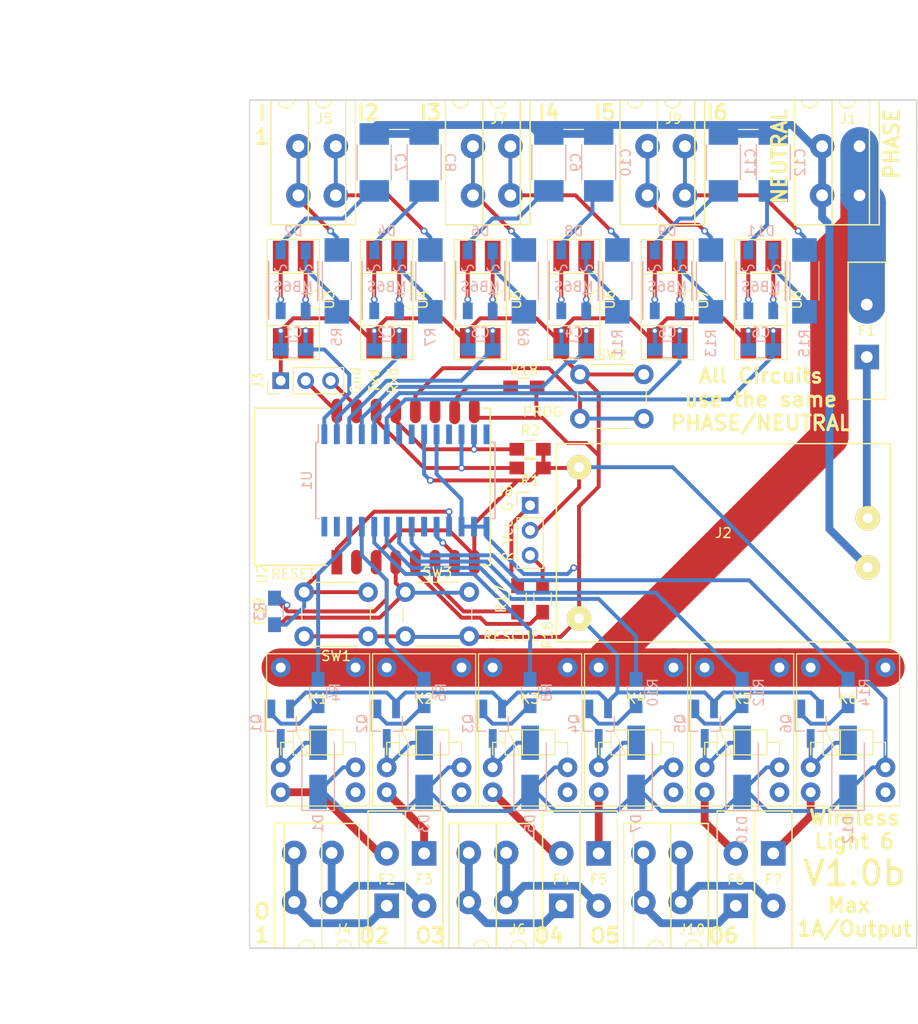
<source format=kicad_pcb>
(kicad_pcb (version 20171130) (host pcbnew "(5.0.2)-1")
  (layers (0 F.Cu signal) (31 B.Cu signal) (34 B.Paste user) (35 F.Paste user) (36 B.SilkS user) (37 F.SilkS user) (38 B.Mask user) (39 F.Mask user) (44 Edge.Cuts user))
  (net 0 "")
  (net 1 /NEUTRE)
  (net 2 "Net-(C1-Pad1)")
  (net 3 GND)
  (net 4 "Net-(C2-Pad1)")
  (net 5 "Net-(C3-Pad1)")
  (net 6 "Net-(C4-Pad1)")
  (net 7 "Net-(C5-Pad1)")
  (net 8 "Net-(C6-Pad1)")
  (net 9 "Net-(D2-Pad1)")
  (net 10 "Net-(D2-Pad3)")
  (net 11 "Net-(D2-Pad4)")
  (net 12 "Net-(D4-Pad1)")
  (net 13 "Net-(D4-Pad3)")
  (net 14 "Net-(D4-Pad4)")
  (net 15 "Net-(D6-Pad1)")
  (net 16 "Net-(D6-Pad3)")
  (net 17 "Net-(D6-Pad4)")
  (net 18 "Net-(D8-Pad1)")
  (net 19 "Net-(D8-Pad3)")
  (net 20 "Net-(D8-Pad4)")
  (net 21 "Net-(D9-Pad1)")
  (net 22 "Net-(D9-Pad3)")
  (net 23 "Net-(D9-Pad4)")
  (net 24 "Net-(D11-Pad1)")
  (net 25 "Net-(D11-Pad3)")
  (net 26 "Net-(D11-Pad4)")
  (net 27 "Net-(F1-Pad1)")
  (net 28 /PHASE)
  (net 29 VCC)
  (net 30 "Net-(J5-Pad1)")
  (net 31 "Net-(J5-Pad2)")
  (net 32 "Net-(J7-Pad1)")
  (net 33 "Net-(J7-Pad2)")
  (net 34 "Net-(D1-Pad2)")
  (net 35 "Net-(D3-Pad2)")
  (net 36 "Net-(D5-Pad2)")
  (net 37 "Net-(D7-Pad2)")
  (net 38 "Net-(D10-Pad2)")
  (net 39 "Net-(D12-Pad2)")
  (net 40 "Net-(R1-Pad2)")
  (net 41 "Net-(R2-Pad2)")
  (net 42 "Net-(R3-Pad2)")
  (net 43 "Net-(SW2-Pad2)")
  (net 44 "Net-(R4-Pad2)")
  (net 45 "Net-(R6-Pad2)")
  (net 46 "Net-(R8-Pad2)")
  (net 47 "Net-(R10-Pad2)")
  (net 48 "Net-(R12-Pad2)")
  (net 49 "Net-(R14-Pad2)")
  (net 50 /INT_MCP)
  (net 51 "Net-(J3-Pad3)")
  (net 52 "Net-(J3-Pad2)")
  (net 53 "Net-(J8-Pad3)")
  (net 54 "Net-(R16-Pad1)")
  (net 55 "Net-(R17-Pad1)")
  (net 56 "Net-(C7-Pad1)")
  (net 57 "Net-(C8-Pad1)")
  (net 58 "Net-(C9-Pad1)")
  (net 59 "Net-(C10-Pad1)")
  (net 60 "Net-(C11-Pad1)")
  (net 61 "Net-(C12-Pad1)")
  (net 62 "Net-(J9-Pad1)")
  (net 63 "Net-(J9-Pad2)")
  (net 64 "Net-(R18-Pad1)")
  (net 65 "Net-(F2-Pad1)")
  (net 66 "Net-(F2-Pad2)")
  (net 67 "Net-(F3-Pad1)")
  (net 68 "Net-(F3-Pad2)")
  (net 69 "Net-(F4-Pad1)")
  (net 70 "Net-(F4-Pad2)")
  (net 71 "Net-(F5-Pad1)")
  (net 72 "Net-(F5-Pad2)")
  (net 73 "Net-(F6-Pad1)")
  (net 74 "Net-(F6-Pad2)")
  (net 75 "Net-(F7-Pad1)")
  (net 76 "Net-(F7-Pad2)")
  (net 77 "Net-(J8-Pad1)")
  (net 78 "Net-(Q1-Pad1)")
  (net 79 "Net-(Q2-Pad1)")
  (net 80 "Net-(Q3-Pad1)")
  (net 81 "Net-(Q4-Pad1)")
  (net 82 "Net-(Q5-Pad1)")
  (net 83 "Net-(Q6-Pad1)")
  (net 84 "Net-(R19-Pad2)")
  (module Housings_SOIC:SOIC-28W_7.5x17.9mm_Pitch1.27mm (layer B.Cu) (at 30.48 52.705 270)
    (fp_text reference U1 (at 0 10.05 270) (layer B.SilkS) (effects (justify mirror)))
    (fp_text value MCP23017_SO)
    (pad 1 smd rect (at -4.7 8.255 270) (size 2 0.6) (layers B.Cu B.Paste B.Mask) (net 2 "Net-(C1-Pad1)"))
    (pad 2 smd rect (at -4.7 6.985 270) (size 2 0.6) (layers B.Cu B.Paste B.Mask) (net 4 "Net-(C2-Pad1)"))
    (pad 3 smd rect (at -4.7 5.715 270) (size 2 0.6) (layers B.Cu B.Paste B.Mask) (net 5 "Net-(C3-Pad1)"))
    (pad 4 smd rect (at -4.7 4.445 270) (size 2 0.6) (layers B.Cu B.Paste B.Mask) (net 6 "Net-(C4-Pad1)"))
    (pad 5 smd rect (at -4.7 3.175 270) (size 2 0.6) (layers B.Cu B.Paste B.Mask) (net 7 "Net-(C5-Pad1)"))
    (pad 6 smd rect (at -4.7 1.905 270) (size 2 0.6) (layers B.Cu B.Paste B.Mask) (net 8 "Net-(C6-Pad1)"))
    (pad 7 smd rect (at -4.7 0.635 270) (size 2 0.6) (layers B.Cu B.Paste B.Mask))
    (pad 8 smd rect (at -4.7 -0.635 270) (size 2 0.6) (layers B.Cu B.Paste B.Mask))
    (pad 9 smd rect (at -4.7 -1.905 270) (size 2 0.6) (layers B.Cu B.Paste B.Mask) (net 29 VCC))
    (pad 10 smd rect (at -4.7 -3.175 270) (size 2 0.6) (layers B.Cu B.Paste B.Mask) (net 3 GND))
    (pad 11 smd rect (at -4.7 -4.445 270) (size 2 0.6) (layers B.Cu B.Paste B.Mask))
    (pad 12 smd rect (at -4.7 -5.715 270) (size 2 0.6) (layers B.Cu B.Paste B.Mask) (net 40 "Net-(R1-Pad2)"))
    (pad 13 smd rect (at -4.7 -6.985 270) (size 2 0.6) (layers B.Cu B.Paste B.Mask) (net 41 "Net-(R2-Pad2)"))
    (pad 14 smd rect (at -4.7 -8.255 270) (size 2 0.6) (layers B.Cu B.Paste B.Mask))
    (pad 15 smd rect (at 4.7 -8.255 270) (size 2 0.6) (layers B.Cu B.Paste B.Mask) (net 3 GND))
    (pad 16 smd rect (at 4.7 -6.985 270) (size 2 0.6) (layers B.Cu B.Paste B.Mask) (net 3 GND))
    (pad 17 smd rect (at 4.7 -5.715 270) (size 2 0.6) (layers B.Cu B.Paste B.Mask) (net 3 GND))
    (pad 18 smd rect (at 4.7 -4.445 270) (size 2 0.6) (layers B.Cu B.Paste B.Mask) (net 42 "Net-(R3-Pad2)"))
    (pad 19 smd rect (at 4.7 -3.175 270) (size 2 0.6) (layers B.Cu B.Paste B.Mask) (net 50 /INT_MCP))
    (pad 20 smd rect (at 4.7 -1.905 270) (size 2 0.6) (layers B.Cu B.Paste B.Mask))
    (pad 21 smd rect (at 4.7 -0.635 270) (size 2 0.6) (layers B.Cu B.Paste B.Mask) (net 49 "Net-(R14-Pad2)"))
    (pad 22 smd rect (at 4.7 0.635 270) (size 2 0.6) (layers B.Cu B.Paste B.Mask) (net 48 "Net-(R12-Pad2)"))
    (pad 23 smd rect (at 4.7 1.905 270) (size 2 0.6) (layers B.Cu B.Paste B.Mask) (net 47 "Net-(R10-Pad2)"))
    (pad 24 smd rect (at 4.7 3.175 270) (size 2 0.6) (layers B.Cu B.Paste B.Mask) (net 46 "Net-(R8-Pad2)"))
    (pad 25 smd rect (at 4.7 4.445 270) (size 2 0.6) (layers B.Cu B.Paste B.Mask) (net 45 "Net-(R6-Pad2)"))
    (pad 26 smd rect (at 4.7 5.715 270) (size 2 0.6) (layers B.Cu B.Paste B.Mask) (net 44 "Net-(R4-Pad2)"))
    (pad 27 smd rect (at 4.7 6.985 270) (size 2 0.6) (layers B.Cu B.Paste B.Mask))
    (pad 28 smd rect (at 4.7 8.255 270) (size 2 0.6) (layers B.Cu B.Paste B.Mask))
  )
  (module Capacitors_SMD:C_0805_HandSoldering (layer B.Cu) (at 19.05 39.37 180)
    (fp_text reference C1 (at 0 1.75 180) (layer B.SilkS) (effects (justify mirror)))
    (fp_text value 1uF)
    (pad 1 smd rect (at -1.25 0 180) (size 1.5 1.25) (layers B.Cu B.Paste B.Mask) (net 2 "Net-(C1-Pad1)"))
    (pad 2 smd rect (at 1.25 0 180) (size 1.5 1.25) (layers B.Cu B.Paste B.Mask) (net 3 GND))
  )
  (module Capacitors_SMD:C_0805_HandSoldering (layer B.Cu) (at 28.575 39.37 180)
    (fp_text reference C2 (at 0 1.75 180) (layer B.SilkS) (effects (justify mirror)))
    (fp_text value 1uF)
    (pad 1 smd rect (at -1.25 0 180) (size 1.5 1.25) (layers B.Cu B.Paste B.Mask) (net 4 "Net-(C2-Pad1)"))
    (pad 2 smd rect (at 1.25 0 180) (size 1.5 1.25) (layers B.Cu B.Paste B.Mask) (net 3 GND))
  )
  (module Capacitors_SMD:C_0805_HandSoldering (layer B.Cu) (at 38.1 39.37 180)
    (fp_text reference C3 (at 0 1.75 180) (layer B.SilkS) (effects (justify mirror)))
    (fp_text value 1uF)
    (pad 1 smd rect (at -1.25 0 180) (size 1.5 1.25) (layers B.Cu B.Paste B.Mask) (net 5 "Net-(C3-Pad1)"))
    (pad 2 smd rect (at 1.25 0 180) (size 1.5 1.25) (layers B.Cu B.Paste B.Mask) (net 3 GND))
  )
  (module Capacitors_SMD:C_0805_HandSoldering (layer B.Cu) (at 47.625 39.37 180)
    (fp_text reference C4 (at 0 1.75 180) (layer B.SilkS) (effects (justify mirror)))
    (fp_text value 1uF)
    (pad 1 smd rect (at -1.25 0 180) (size 1.5 1.25) (layers B.Cu B.Paste B.Mask) (net 6 "Net-(C4-Pad1)"))
    (pad 2 smd rect (at 1.25 0 180) (size 1.5 1.25) (layers B.Cu B.Paste B.Mask) (net 3 GND))
  )
  (module Capacitors_SMD:C_0805_HandSoldering (layer B.Cu) (at 57.15 39.37 180)
    (fp_text reference C5 (at 0 1.75 180) (layer B.SilkS) (effects (justify mirror)))
    (fp_text value 1uF)
    (pad 1 smd rect (at -1.25 0 180) (size 1.5 1.25) (layers B.Cu B.Paste B.Mask) (net 7 "Net-(C5-Pad1)"))
    (pad 2 smd rect (at 1.25 0 180) (size 1.5 1.25) (layers B.Cu B.Paste B.Mask) (net 3 GND))
  )
  (module Capacitors_SMD:C_0805_HandSoldering (layer B.Cu) (at 66.675 39.37 180)
    (fp_text reference C6 (at 0 1.75 180) (layer B.SilkS) (effects (justify mirror)))
    (fp_text value 1uF)
    (pad 1 smd rect (at -1.25 0 180) (size 1.5 1.25) (layers B.Cu B.Paste B.Mask) (net 8 "Net-(C6-Pad1)"))
    (pad 2 smd rect (at 1.25 0 180) (size 1.5 1.25) (layers B.Cu B.Paste B.Mask) (net 3 GND))
  )
  (module rect:TO-269AA (layer B.Cu) (at 19.05 32.385 180)
    (fp_text reference D2 (at 0 5.08 180) (layer B.SilkS) (effects (justify mirror)))
    (fp_text value MB6S (at 0 -0.6 180) (layer B.SilkS) (effects (justify mirror)))
    (pad 1 smd rect (at 1.27 -3.05 180) (size 1 1.7) (layers B.Cu B.Paste B.Mask) (net 9 "Net-(D2-Pad1)"))
    (pad 3 smd rect (at -1.27 3.05 180) (size 1 1.7) (layers B.Cu B.Paste B.Mask) (net 10 "Net-(D2-Pad3)"))
    (pad 2 smd rect (at 1.27 3.05 180) (size 1 1.7) (layers B.Cu B.Paste B.Mask) (net 56 "Net-(C7-Pad1)"))
    (pad 4 smd rect (at -1.27 -3.05 180) (size 1 1.7) (layers B.Cu B.Paste B.Mask) (net 11 "Net-(D2-Pad4)"))
  )
  (module rect:TO-269AA (layer B.Cu) (at 28.575 32.385 180)
    (fp_text reference D4 (at 0 5.08 180) (layer B.SilkS) (effects (justify mirror)))
    (fp_text value MB6S (at 0 -0.6 180) (layer B.SilkS) (effects (justify mirror)))
    (pad 1 smd rect (at 1.27 -3.05 180) (size 1 1.7) (layers B.Cu B.Paste B.Mask) (net 12 "Net-(D4-Pad1)"))
    (pad 3 smd rect (at -1.27 3.05 180) (size 1 1.7) (layers B.Cu B.Paste B.Mask) (net 13 "Net-(D4-Pad3)"))
    (pad 2 smd rect (at 1.27 3.05 180) (size 1 1.7) (layers B.Cu B.Paste B.Mask) (net 57 "Net-(C8-Pad1)"))
    (pad 4 smd rect (at -1.27 -3.05 180) (size 1 1.7) (layers B.Cu B.Paste B.Mask) (net 14 "Net-(D4-Pad4)"))
  )
  (module rect:TO-269AA (layer B.Cu) (at 38.1 32.385 180)
    (fp_text reference D6 (at 0 5.08 180) (layer B.SilkS) (effects (justify mirror)))
    (fp_text value MB6S (at 0 -0.6 180) (layer B.SilkS) (effects (justify mirror)))
    (pad 1 smd rect (at 1.27 -3.05 180) (size 1 1.7) (layers B.Cu B.Paste B.Mask) (net 15 "Net-(D6-Pad1)"))
    (pad 3 smd rect (at -1.27 3.05 180) (size 1 1.7) (layers B.Cu B.Paste B.Mask) (net 16 "Net-(D6-Pad3)"))
    (pad 2 smd rect (at 1.27 3.05 180) (size 1 1.7) (layers B.Cu B.Paste B.Mask) (net 58 "Net-(C9-Pad1)"))
    (pad 4 smd rect (at -1.27 -3.05 180) (size 1 1.7) (layers B.Cu B.Paste B.Mask) (net 17 "Net-(D6-Pad4)"))
  )
  (module rect:TO-269AA (layer B.Cu) (at 47.625 32.385 180)
    (fp_text reference D8 (at 0 5.08 180) (layer B.SilkS) (effects (justify mirror)))
    (fp_text value MB6S (at 0 -0.6 180) (layer B.SilkS) (effects (justify mirror)))
    (pad 1 smd rect (at 1.27 -3.05 180) (size 1 1.7) (layers B.Cu B.Paste B.Mask) (net 18 "Net-(D8-Pad1)"))
    (pad 3 smd rect (at -1.27 3.05 180) (size 1 1.7) (layers B.Cu B.Paste B.Mask) (net 19 "Net-(D8-Pad3)"))
    (pad 2 smd rect (at 1.27 3.05 180) (size 1 1.7) (layers B.Cu B.Paste B.Mask) (net 59 "Net-(C10-Pad1)"))
    (pad 4 smd rect (at -1.27 -3.05 180) (size 1 1.7) (layers B.Cu B.Paste B.Mask) (net 20 "Net-(D8-Pad4)"))
  )
  (module rect:TO-269AA (layer B.Cu) (at 57.15 32.385 180)
    (fp_text reference D9 (at 0 5.08 180) (layer B.SilkS) (effects (justify mirror)))
    (fp_text value MB6S (at 0 -0.6 180) (layer B.SilkS) (effects (justify mirror)))
    (pad 1 smd rect (at 1.27 -3.05 180) (size 1 1.7) (layers B.Cu B.Paste B.Mask) (net 21 "Net-(D9-Pad1)"))
    (pad 3 smd rect (at -1.27 3.05 180) (size 1 1.7) (layers B.Cu B.Paste B.Mask) (net 22 "Net-(D9-Pad3)"))
    (pad 2 smd rect (at 1.27 3.05 180) (size 1 1.7) (layers B.Cu B.Paste B.Mask) (net 60 "Net-(C11-Pad1)"))
    (pad 4 smd rect (at -1.27 -3.05 180) (size 1 1.7) (layers B.Cu B.Paste B.Mask) (net 23 "Net-(D9-Pad4)"))
  )
  (module rect:TO-269AA (layer B.Cu) (at 66.675 32.385 180)
    (fp_text reference D11 (at 0 5.08 180) (layer B.SilkS) (effects (justify mirror)))
    (fp_text value MB6S (at 0 -0.6 180) (layer B.SilkS) (effects (justify mirror)))
    (pad 1 smd rect (at 1.27 -3.05 180) (size 1 1.7) (layers B.Cu B.Paste B.Mask) (net 24 "Net-(D11-Pad1)"))
    (pad 3 smd rect (at -1.27 3.05 180) (size 1 1.7) (layers B.Cu B.Paste B.Mask) (net 25 "Net-(D11-Pad3)"))
    (pad 2 smd rect (at 1.27 3.05 180) (size 1 1.7) (layers B.Cu B.Paste B.Mask) (net 61 "Net-(C12-Pad1)"))
    (pad 4 smd rect (at -1.27 -3.05 180) (size 1 1.7) (layers B.Cu B.Paste B.Mask) (net 26 "Net-(D11-Pad4)"))
  )
  (module makerlab:HLK-PM01 (layer F.Cu) (at 62.865 59.055 180)
    (fp_text reference J2 (at 0 1 180) (layer F.SilkS))
    (fp_text value HLK-PM03)
    (pad 1 thru_hole circle (at -14.7 -2.5 180) (size 2.5 2.5) (drill 1) (layers *.Cu *.Mask F.SilkS) (net 1 /NEUTRE))
    (pad 2 thru_hole circle (at -14.7 2.5 180) (size 2.5 2.5) (drill 1) (layers *.Cu *.Mask F.SilkS) (net 27 "Net-(F1-Pad1)"))
    (pad 3 thru_hole circle (at 14.7 -7.7 180) (size 2.5 2.5) (drill 1) (layers *.Cu *.Mask F.SilkS) (net 3 GND))
    (pad 4 thru_hole circle (at 14.7 7.7 180) (size 2.5 2.5) (drill 1) (layers *.Cu *.Mask F.SilkS) (net 29 VCC))
  )
  (module TO_SOT_Packages_SMD:SOT-23_Handsoldering (layer B.Cu) (at 17.78 77.47 270)
    (fp_text reference Q1 (at 0 2.5 270) (layer B.SilkS) (effects (justify mirror)))
    (fp_text value 2N2222)
    (pad 1 smd rect (at -1.5 0.95 270) (size 1.9 0.8) (layers B.Cu B.Paste B.Mask) (net 78 "Net-(Q1-Pad1)"))
    (pad 2 smd rect (at -1.5 -0.95 270) (size 1.9 0.8) (layers B.Cu B.Paste B.Mask) (net 3 GND))
    (pad 3 smd rect (at 1.5 0 270) (size 1.9 0.8) (layers B.Cu B.Paste B.Mask) (net 34 "Net-(D1-Pad2)"))
  )
  (module TO_SOT_Packages_SMD:SOT-23_Handsoldering (layer B.Cu) (at 28.575 77.47 270)
    (fp_text reference Q2 (at 0 2.5 270) (layer B.SilkS) (effects (justify mirror)))
    (fp_text value 2N2222)
    (pad 1 smd rect (at -1.5 0.95 270) (size 1.9 0.8) (layers B.Cu B.Paste B.Mask) (net 79 "Net-(Q2-Pad1)"))
    (pad 2 smd rect (at -1.5 -0.95 270) (size 1.9 0.8) (layers B.Cu B.Paste B.Mask) (net 3 GND))
    (pad 3 smd rect (at 1.5 0 270) (size 1.9 0.8) (layers B.Cu B.Paste B.Mask) (net 35 "Net-(D3-Pad2)"))
  )
  (module TO_SOT_Packages_SMD:SOT-23_Handsoldering (layer B.Cu) (at 39.37 77.47 270)
    (fp_text reference Q3 (at 0 2.5 270) (layer B.SilkS) (effects (justify mirror)))
    (fp_text value 2N2222)
    (pad 1 smd rect (at -1.5 0.95 270) (size 1.9 0.8) (layers B.Cu B.Paste B.Mask) (net 80 "Net-(Q3-Pad1)"))
    (pad 2 smd rect (at -1.5 -0.95 270) (size 1.9 0.8) (layers B.Cu B.Paste B.Mask) (net 3 GND))
    (pad 3 smd rect (at 1.5 0 270) (size 1.9 0.8) (layers B.Cu B.Paste B.Mask) (net 36 "Net-(D5-Pad2)"))
  )
  (module TO_SOT_Packages_SMD:SOT-23_Handsoldering (layer B.Cu) (at 50.165 77.47 270)
    (fp_text reference Q4 (at 0 2.5 270) (layer B.SilkS) (effects (justify mirror)))
    (fp_text value 2N2222)
    (pad 1 smd rect (at -1.5 0.95 270) (size 1.9 0.8) (layers B.Cu B.Paste B.Mask) (net 81 "Net-(Q4-Pad1)"))
    (pad 2 smd rect (at -1.5 -0.95 270) (size 1.9 0.8) (layers B.Cu B.Paste B.Mask) (net 3 GND))
    (pad 3 smd rect (at 1.5 0 270) (size 1.9 0.8) (layers B.Cu B.Paste B.Mask) (net 37 "Net-(D7-Pad2)"))
  )
  (module TO_SOT_Packages_SMD:SOT-23_Handsoldering (layer B.Cu) (at 60.96 77.47 270)
    (fp_text reference Q5 (at 0 2.5 270) (layer B.SilkS) (effects (justify mirror)))
    (fp_text value 2N2222)
    (pad 1 smd rect (at -1.5 0.95 270) (size 1.9 0.8) (layers B.Cu B.Paste B.Mask) (net 82 "Net-(Q5-Pad1)"))
    (pad 2 smd rect (at -1.5 -0.95 270) (size 1.9 0.8) (layers B.Cu B.Paste B.Mask) (net 3 GND))
    (pad 3 smd rect (at 1.5 0 270) (size 1.9 0.8) (layers B.Cu B.Paste B.Mask) (net 38 "Net-(D10-Pad2)"))
  )
  (module TO_SOT_Packages_SMD:SOT-23_Handsoldering (layer B.Cu) (at 71.755 77.47 270)
    (fp_text reference Q6 (at 0 2.5 270) (layer B.SilkS) (effects (justify mirror)))
    (fp_text value 2N2222)
    (pad 1 smd rect (at -1.5 0.95 270) (size 1.9 0.8) (layers B.Cu B.Paste B.Mask) (net 83 "Net-(Q6-Pad1)"))
    (pad 2 smd rect (at -1.5 -0.95 270) (size 1.9 0.8) (layers B.Cu B.Paste B.Mask) (net 3 GND))
    (pad 3 smd rect (at 1.5 0 270) (size 1.9 0.8) (layers B.Cu B.Paste B.Mask) (net 39 "Net-(D12-Pad2)"))
  )
  (module Resistors_SMD:R_0805_HandSoldering (layer F.Cu) (at 43.18 51.435 180)
    (fp_text reference R1 (at 0 -1.27 180) (layer F.SilkS))
    (fp_text value 4.7K)
    (pad 1 smd rect (at -1.35 0 180) (size 1.5 1.3) (layers F.Cu F.Paste F.Mask) (net 29 VCC))
    (pad 2 smd rect (at 1.35 0 180) (size 1.5 1.3) (layers F.Cu F.Paste F.Mask) (net 40 "Net-(R1-Pad2)"))
  )
  (module Resistors_SMD:R_0805_HandSoldering (layer F.Cu) (at 43.18 49.53 180)
    (fp_text reference R2 (at 0 1.905 180) (layer F.SilkS))
    (fp_text value 4.7K)
    (pad 1 smd rect (at -1.35 0 180) (size 1.5 1.3) (layers F.Cu F.Paste F.Mask) (net 29 VCC))
    (pad 2 smd rect (at 1.35 0 180) (size 1.5 1.3) (layers F.Cu F.Paste F.Mask) (net 41 "Net-(R2-Pad2)"))
  )
  (module Resistors_SMD:R_0805_HandSoldering (layer B.Cu) (at 21.59 74.295 90)
    (fp_text reference R4 (at 0 1.7 90) (layer B.SilkS) (effects (justify mirror)))
    (fp_text value 2.2K)
    (pad 1 smd rect (at -1.35 0 90) (size 1.5 1.3) (layers B.Cu B.Paste B.Mask) (net 78 "Net-(Q1-Pad1)"))
    (pad 2 smd rect (at 1.35 0 90) (size 1.5 1.3) (layers B.Cu B.Paste B.Mask) (net 44 "Net-(R4-Pad2)"))
  )
  (module Resistors_SMD:R_2010_HandSoldering (layer B.Cu) (at 23.495 32.385 90)
    (fp_text reference R5 (at -5.715 0 90) (layer B.SilkS) (effects (justify mirror)))
    (fp_text value 4.7K)
    (pad 1 smd rect (at -3.15 0 90) (size 2.4 2.5) (layers B.Cu B.Paste B.Mask) (net 10 "Net-(D2-Pad3)"))
    (pad 2 smd rect (at 3.15 0 90) (size 2.4 2.5) (layers B.Cu B.Paste B.Mask) (net 30 "Net-(J5-Pad1)"))
  )
  (module Resistors_SMD:R_0805_HandSoldering (layer B.Cu) (at 32.385 74.295 90)
    (fp_text reference R6 (at 0 1.7 90) (layer B.SilkS) (effects (justify mirror)))
    (fp_text value 2.2K)
    (pad 1 smd rect (at -1.35 0 90) (size 1.5 1.3) (layers B.Cu B.Paste B.Mask) (net 79 "Net-(Q2-Pad1)"))
    (pad 2 smd rect (at 1.35 0 90) (size 1.5 1.3) (layers B.Cu B.Paste B.Mask) (net 45 "Net-(R6-Pad2)"))
  )
  (module Resistors_SMD:R_2010_HandSoldering (layer B.Cu) (at 33.02 32.385 90)
    (fp_text reference R7 (at -5.715 0 90) (layer B.SilkS) (effects (justify mirror)))
    (fp_text value 4.7K)
    (pad 1 smd rect (at -3.15 0 90) (size 2.4 2.5) (layers B.Cu B.Paste B.Mask) (net 13 "Net-(D4-Pad3)"))
    (pad 2 smd rect (at 3.15 0 90) (size 2.4 2.5) (layers B.Cu B.Paste B.Mask) (net 31 "Net-(J5-Pad2)"))
  )
  (module Resistors_SMD:R_0805_HandSoldering (layer B.Cu) (at 43.18 74.295 90)
    (fp_text reference R8 (at 0 1.7 90) (layer B.SilkS) (effects (justify mirror)))
    (fp_text value 2.2K)
    (pad 1 smd rect (at -1.35 0 90) (size 1.5 1.3) (layers B.Cu B.Paste B.Mask) (net 80 "Net-(Q3-Pad1)"))
    (pad 2 smd rect (at 1.35 0 90) (size 1.5 1.3) (layers B.Cu B.Paste B.Mask) (net 46 "Net-(R8-Pad2)"))
  )
  (module Resistors_SMD:R_2010_HandSoldering (layer B.Cu) (at 42.545 32.385 90)
    (fp_text reference R9 (at -5.715 0 90) (layer B.SilkS) (effects (justify mirror)))
    (fp_text value 4.7K)
    (pad 1 smd rect (at -3.15 0 90) (size 2.4 2.5) (layers B.Cu B.Paste B.Mask) (net 16 "Net-(D6-Pad3)"))
    (pad 2 smd rect (at 3.15 0 90) (size 2.4 2.5) (layers B.Cu B.Paste B.Mask) (net 32 "Net-(J7-Pad1)"))
  )
  (module Resistors_SMD:R_0805_HandSoldering (layer B.Cu) (at 53.975 74.295 90)
    (fp_text reference R10 (at 0 1.7 90) (layer B.SilkS) (effects (justify mirror)))
    (fp_text value 2.2K)
    (pad 1 smd rect (at -1.35 0 90) (size 1.5 1.3) (layers B.Cu B.Paste B.Mask) (net 81 "Net-(Q4-Pad1)"))
    (pad 2 smd rect (at 1.35 0 90) (size 1.5 1.3) (layers B.Cu B.Paste B.Mask) (net 47 "Net-(R10-Pad2)"))
  )
  (module Resistors_SMD:R_2010_HandSoldering (layer B.Cu) (at 52.07 32.385 90)
    (fp_text reference R11 (at -6.35 0 90) (layer B.SilkS) (effects (justify mirror)))
    (fp_text value 4.7K)
    (pad 1 smd rect (at -3.15 0 90) (size 2.4 2.5) (layers B.Cu B.Paste B.Mask) (net 19 "Net-(D8-Pad3)"))
    (pad 2 smd rect (at 3.15 0 90) (size 2.4 2.5) (layers B.Cu B.Paste B.Mask) (net 33 "Net-(J7-Pad2)"))
  )
  (module Resistors_SMD:R_0805_HandSoldering (layer B.Cu) (at 64.77 74.295 90)
    (fp_text reference R12 (at 0 1.7 90) (layer B.SilkS) (effects (justify mirror)))
    (fp_text value 2.2K)
    (pad 1 smd rect (at -1.35 0 90) (size 1.5 1.3) (layers B.Cu B.Paste B.Mask) (net 82 "Net-(Q5-Pad1)"))
    (pad 2 smd rect (at 1.35 0 90) (size 1.5 1.3) (layers B.Cu B.Paste B.Mask) (net 48 "Net-(R12-Pad2)"))
  )
  (module Resistors_SMD:R_2010_HandSoldering (layer B.Cu) (at 61.595 32.385 90)
    (fp_text reference R13 (at -6.35 0 90) (layer B.SilkS) (effects (justify mirror)))
    (fp_text value 4.7K)
    (pad 1 smd rect (at -3.15 0 90) (size 2.4 2.5) (layers B.Cu B.Paste B.Mask) (net 22 "Net-(D9-Pad3)"))
    (pad 2 smd rect (at 3.15 0 90) (size 2.4 2.5) (layers B.Cu B.Paste B.Mask) (net 62 "Net-(J9-Pad1)"))
  )
  (module Resistors_SMD:R_0805_HandSoldering (layer B.Cu) (at 75.565 74.295 90)
    (fp_text reference R14 (at 0 1.7 90) (layer B.SilkS) (effects (justify mirror)))
    (fp_text value 2.2K)
    (pad 1 smd rect (at -1.35 0 90) (size 1.5 1.3) (layers B.Cu B.Paste B.Mask) (net 83 "Net-(Q6-Pad1)"))
    (pad 2 smd rect (at 1.35 0 90) (size 1.5 1.3) (layers B.Cu B.Paste B.Mask) (net 49 "Net-(R14-Pad2)"))
  )
  (module Resistors_SMD:R_2010_HandSoldering (layer B.Cu) (at 71.12 32.385 90)
    (fp_text reference R15 (at -6.35 0 90) (layer B.SilkS) (effects (justify mirror)))
    (fp_text value 4.7K)
    (pad 1 smd rect (at -3.15 0 90) (size 2.4 2.5) (layers B.Cu B.Paste B.Mask) (net 25 "Net-(D11-Pad3)"))
    (pad 2 smd rect (at 3.15 0 90) (size 2.4 2.5) (layers B.Cu B.Paste B.Mask) (net 63 "Net-(J9-Pad2)"))
  )
  (module Buttons_Switches_ThroughHole:SW_PUSH_6mm_h5mm (layer F.Cu) (at 26.67 68.58 180)
    (fp_text reference SW1 (at 3.25 -2 180) (layer F.SilkS))
    (fp_text value RESET)
    (pad 2 thru_hole circle (at 0 4.5 270) (size 2 2) (drill 1.1) (layers *.Cu *.Mask) (net 42 "Net-(R3-Pad2)"))
    (pad 1 thru_hole circle (at 0 0 270) (size 2 2) (drill 1.1) (layers *.Cu *.Mask) (net 3 GND))
    (pad 2 thru_hole circle (at 6.5 4.5 270) (size 2 2) (drill 1.1) (layers *.Cu *.Mask) (net 42 "Net-(R3-Pad2)"))
    (pad 1 thru_hole circle (at 6.5 0 270) (size 2 2) (drill 1.1) (layers *.Cu *.Mask) (net 3 GND))
  )
  (module Buttons_Switches_ThroughHole:SW_PUSH_6mm_h5mm (layer F.Cu) (at 48.26 41.91)
    (fp_text reference SW2 (at 3.25 -2) (layer F.SilkS))
    (fp_text value PROG_MODE)
    (pad 2 thru_hole circle (at 0 4.5 90) (size 2 2) (drill 1.1) (layers *.Cu *.Mask) (net 43 "Net-(SW2-Pad2)"))
    (pad 1 thru_hole circle (at 0 0 90) (size 2 2) (drill 1.1) (layers *.Cu *.Mask) (net 3 GND))
    (pad 2 thru_hole circle (at 6.5 4.5 90) (size 2 2) (drill 1.1) (layers *.Cu *.Mask) (net 43 "Net-(SW2-Pad2)"))
    (pad 1 thru_hole circle (at 6.5 0 90) (size 2 2) (drill 1.1) (layers *.Cu *.Mask) (net 3 GND))
  )
  (module ESP8266:ESP-12 (layer F.Cu) (at 23.495 60.325 90)
    (fp_text reference U2 (at -1.905 -7.62 90) (layer F.SilkS))
    (fp_text value ESP-12)
    (pad 1 smd rect (at 0 0 90) (size 2.5 1.1) (drill (offset -0.7 0)) (layers F.Cu F.Paste F.Mask) (net 42 "Net-(R3-Pad2)"))
    (pad 2 smd oval (at 0 2 90) (size 2.5 1.1) (drill (offset -0.7 0)) (layers F.Cu F.Paste F.Mask))
    (pad 3 smd oval (at 0 4 90) (size 2.5 1.1) (drill (offset -0.7 0)) (layers F.Cu F.Paste F.Mask) (net 29 VCC))
    (pad 4 smd oval (at 0 6 90) (size 2.5 1.1) (drill (offset -0.7 0)) (layers F.Cu F.Paste F.Mask) (net 84 "Net-(R19-Pad2)"))
    (pad 5 smd oval (at 0 8 90) (size 2.5 1.1) (drill (offset -0.7 0)) (layers F.Cu F.Paste F.Mask) (net 54 "Net-(R16-Pad1)"))
    (pad 6 smd oval (at 0 10 90) (size 2.5 1.1) (drill (offset -0.7 0)) (layers F.Cu F.Paste F.Mask) (net 55 "Net-(R17-Pad1)"))
    (pad 7 smd oval (at 0 12 90) (size 2.5 1.1) (drill (offset -0.7 0)) (layers F.Cu F.Paste F.Mask) (net 50 /INT_MCP))
    (pad 8 smd oval (at 0 14 90) (size 2.5 1.1) (drill (offset -0.7 0)) (layers F.Cu F.Paste F.Mask) (net 29 VCC))
    (pad 9 smd oval (at 14 14 90) (size 2.5 1.1) (drill (offset 0.7 0)) (layers F.Cu F.Paste F.Mask) (net 3 GND))
    (pad 10 smd oval (at 14 12 90) (size 2.5 1.1) (drill (offset 0.6 0)) (layers F.Cu F.Paste F.Mask) (net 64 "Net-(R18-Pad1)"))
    (pad 11 smd oval (at 14 10 90) (size 2.5 1.1) (drill (offset 0.7 0)) (layers F.Cu F.Paste F.Mask))
    (pad 12 smd oval (at 14 8 90) (size 2.5 1.1) (drill (offset 0.7 0)) (layers F.Cu F.Paste F.Mask) (net 43 "Net-(SW2-Pad2)"))
    (pad 13 smd oval (at 14 6 90) (size 2.5 1.1) (drill (offset 0.7 0)) (layers F.Cu F.Paste F.Mask) (net 41 "Net-(R2-Pad2)"))
    (pad 14 smd oval (at 14 4 90) (size 2.5 1.1) (drill (offset 0.7 0)) (layers F.Cu F.Paste F.Mask) (net 40 "Net-(R1-Pad2)"))
    (pad 15 smd oval (at 14 2 90) (size 2.5 1.1) (drill (offset 0.7 0)) (layers F.Cu F.Paste F.Mask) (net 51 "Net-(J3-Pad3)"))
    (pad 16 smd oval (at 14 0 90) (size 2.5 1.1) (drill (offset 0.7 0)) (layers F.Cu F.Paste F.Mask) (net 52 "Net-(J3-Pad2)"))
  )
  (module Housings_DIP:DIP-4_W8.89mm_SMDSocket_LongPads (layer F.Cu) (at 19.05 34.29 270)
    (fp_text reference U3 (at 0 -3.66 270) (layer F.SilkS))
    (fp_text value PC817)
    (pad 1 smd rect (at -4.445 -1.27 270) (size 3.1 1.6) (layers F.Cu F.Paste F.Mask) (net 11 "Net-(D2-Pad4)"))
    (pad 3 smd rect (at 4.445 1.27 270) (size 3.1 1.6) (layers F.Cu F.Paste F.Mask) (net 3 GND))
    (pad 2 smd rect (at -4.445 1.27 270) (size 3.1 1.6) (layers F.Cu F.Paste F.Mask) (net 9 "Net-(D2-Pad1)"))
    (pad 4 smd rect (at 4.445 -1.27 270) (size 3.1 1.6) (layers F.Cu F.Paste F.Mask) (net 2 "Net-(C1-Pad1)"))
  )
  (module Housings_DIP:DIP-4_W8.89mm_SMDSocket_LongPads (layer F.Cu) (at 28.575 34.29 270)
    (fp_text reference U4 (at 0 -3.66 270) (layer F.SilkS))
    (fp_text value PC817)
    (pad 1 smd rect (at -4.445 -1.27 270) (size 3.1 1.6) (layers F.Cu F.Paste F.Mask) (net 14 "Net-(D4-Pad4)"))
    (pad 3 smd rect (at 4.445 1.27 270) (size 3.1 1.6) (layers F.Cu F.Paste F.Mask) (net 3 GND))
    (pad 2 smd rect (at -4.445 1.27 270) (size 3.1 1.6) (layers F.Cu F.Paste F.Mask) (net 12 "Net-(D4-Pad1)"))
    (pad 4 smd rect (at 4.445 -1.27 270) (size 3.1 1.6) (layers F.Cu F.Paste F.Mask) (net 4 "Net-(C2-Pad1)"))
  )
  (module Housings_DIP:DIP-4_W8.89mm_SMDSocket_LongPads (layer F.Cu) (at 38.1 34.29 270)
    (fp_text reference U5 (at 0 -3.66 270) (layer F.SilkS))
    (fp_text value PC817)
    (pad 1 smd rect (at -4.445 -1.27 270) (size 3.1 1.6) (layers F.Cu F.Paste F.Mask) (net 17 "Net-(D6-Pad4)"))
    (pad 3 smd rect (at 4.445 1.27 270) (size 3.1 1.6) (layers F.Cu F.Paste F.Mask) (net 3 GND))
    (pad 2 smd rect (at -4.445 1.27 270) (size 3.1 1.6) (layers F.Cu F.Paste F.Mask) (net 15 "Net-(D6-Pad1)"))
    (pad 4 smd rect (at 4.445 -1.27 270) (size 3.1 1.6) (layers F.Cu F.Paste F.Mask) (net 5 "Net-(C3-Pad1)"))
  )
  (module Housings_DIP:DIP-4_W8.89mm_SMDSocket_LongPads (layer F.Cu) (at 47.625 34.29 270)
    (fp_text reference U6 (at 0 -3.66 270) (layer F.SilkS))
    (fp_text value PC817)
    (pad 1 smd rect (at -4.445 -1.27 270) (size 3.1 1.6) (layers F.Cu F.Paste F.Mask) (net 20 "Net-(D8-Pad4)"))
    (pad 3 smd rect (at 4.445 1.27 270) (size 3.1 1.6) (layers F.Cu F.Paste F.Mask) (net 3 GND))
    (pad 2 smd rect (at -4.445 1.27 270) (size 3.1 1.6) (layers F.Cu F.Paste F.Mask) (net 18 "Net-(D8-Pad1)"))
    (pad 4 smd rect (at 4.445 -1.27 270) (size 3.1 1.6) (layers F.Cu F.Paste F.Mask) (net 6 "Net-(C4-Pad1)"))
  )
  (module Housings_DIP:DIP-4_W8.89mm_SMDSocket_LongPads (layer F.Cu) (at 57.15 34.29 270)
    (fp_text reference U7 (at 0 -3.66 270) (layer F.SilkS))
    (fp_text value PC817)
    (pad 1 smd rect (at -4.445 -1.27 270) (size 3.1 1.6) (layers F.Cu F.Paste F.Mask) (net 23 "Net-(D9-Pad4)"))
    (pad 3 smd rect (at 4.445 1.27 270) (size 3.1 1.6) (layers F.Cu F.Paste F.Mask) (net 3 GND))
    (pad 2 smd rect (at -4.445 1.27 270) (size 3.1 1.6) (layers F.Cu F.Paste F.Mask) (net 21 "Net-(D9-Pad1)"))
    (pad 4 smd rect (at 4.445 -1.27 270) (size 3.1 1.6) (layers F.Cu F.Paste F.Mask) (net 7 "Net-(C5-Pad1)"))
  )
  (module Housings_DIP:DIP-4_W8.89mm_SMDSocket_LongPads (layer F.Cu) (at 66.675 34.29 270)
    (fp_text reference U8 (at 0 -3.66 270) (layer F.SilkS))
    (fp_text value PC817)
    (pad 1 smd rect (at -4.445 -1.27 270) (size 3.1 1.6) (layers F.Cu F.Paste F.Mask) (net 26 "Net-(D11-Pad4)"))
    (pad 3 smd rect (at 4.445 1.27 270) (size 3.1 1.6) (layers F.Cu F.Paste F.Mask) (net 3 GND))
    (pad 2 smd rect (at -4.445 1.27 270) (size 3.1 1.6) (layers F.Cu F.Paste F.Mask) (net 24 "Net-(D11-Pad1)"))
    (pad 4 smd rect (at 4.445 -1.27 270) (size 3.1 1.6) (layers F.Cu F.Paste F.Mask) (net 8 "Net-(C6-Pad1)"))
  )
  (module Diodes_SMD:D_SMA_Handsoldering (layer B.Cu) (at 21.59 81.915 90)
    (fp_text reference D1 (at -5.715 0 90) (layer B.SilkS) (effects (justify mirror)))
    (fp_text value 1N4007)
    (pad 1 smd rect (at -2.5 0 90) (size 3.5 1.8) (layers B.Cu B.Paste B.Mask) (net 29 VCC))
    (pad 2 smd rect (at 2.5 0 90) (size 3.5 1.8) (layers B.Cu B.Paste B.Mask) (net 34 "Net-(D1-Pad2)"))
  )
  (module Diodes_SMD:D_SMA_Handsoldering (layer B.Cu) (at 32.385 81.915 90)
    (fp_text reference D3 (at -5.715 0 90) (layer B.SilkS) (effects (justify mirror)))
    (fp_text value 1N4007)
    (pad 1 smd rect (at -2.5 0 90) (size 3.5 1.8) (layers B.Cu B.Paste B.Mask) (net 29 VCC))
    (pad 2 smd rect (at 2.5 0 90) (size 3.5 1.8) (layers B.Cu B.Paste B.Mask) (net 35 "Net-(D3-Pad2)"))
  )
  (module Diodes_SMD:D_SMA_Handsoldering (layer B.Cu) (at 43.18 81.915 90)
    (fp_text reference D5 (at -5.715 0 90) (layer B.SilkS) (effects (justify mirror)))
    (fp_text value 1N4007)
    (pad 1 smd rect (at -2.5 0 90) (size 3.5 1.8) (layers B.Cu B.Paste B.Mask) (net 29 VCC))
    (pad 2 smd rect (at 2.5 0 90) (size 3.5 1.8) (layers B.Cu B.Paste B.Mask) (net 36 "Net-(D5-Pad2)"))
  )
  (module Diodes_SMD:D_SMA_Handsoldering (layer B.Cu) (at 53.975 81.915 90)
    (fp_text reference D7 (at -5.715 0 90) (layer B.SilkS) (effects (justify mirror)))
    (fp_text value 1N4007)
    (pad 1 smd rect (at -2.5 0 90) (size 3.5 1.8) (layers B.Cu B.Paste B.Mask) (net 29 VCC))
    (pad 2 smd rect (at 2.5 0 90) (size 3.5 1.8) (layers B.Cu B.Paste B.Mask) (net 37 "Net-(D7-Pad2)"))
  )
  (module Diodes_SMD:D_SMA_Handsoldering (layer B.Cu) (at 64.77 81.915 90)
    (fp_text reference D10 (at -6.35 0 90) (layer B.SilkS) (effects (justify mirror)))
    (fp_text value 1N4007)
    (pad 1 smd rect (at -2.5 0 90) (size 3.5 1.8) (layers B.Cu B.Paste B.Mask) (net 29 VCC))
    (pad 2 smd rect (at 2.5 0 90) (size 3.5 1.8) (layers B.Cu B.Paste B.Mask) (net 38 "Net-(D10-Pad2)"))
  )
  (module Diodes_SMD:D_SMA_Handsoldering (layer B.Cu) (at 75.565 81.915 90)
    (fp_text reference D12 (at -6.35 0 90) (layer B.SilkS) (effects (justify mirror)))
    (fp_text value 1N4007)
    (pad 1 smd rect (at -2.5 0 90) (size 3.5 1.8) (layers B.Cu B.Paste B.Mask) (net 29 VCC))
    (pad 2 smd rect (at 2.5 0 90) (size 3.5 1.8) (layers B.Cu B.Paste B.Mask) (net 39 "Net-(D12-Pad2)"))
  )
  (module Resistors_SMD:R_0805_HandSoldering (layer B.Cu) (at 17.145 66.04 270)
    (fp_text reference R3 (at 0 1.524 270) (layer B.SilkS) (effects (justify mirror)))
    (fp_text value 10K)
    (pad 1 smd rect (at -1.35 0 270) (size 1.5 1.3) (layers B.Cu B.Paste B.Mask) (net 29 VCC))
    (pad 2 smd rect (at 1.35 0 270) (size 1.5 1.3) (layers B.Cu B.Paste B.Mask) (net 42 "Net-(R3-Pad2)"))
  )
  (module Pin_Headers:Pin_Header_Straight_1x03_Pitch2.54mm (layer F.Cu) (at 17.78 42.545 90)
    (fp_text reference J3 (at 0 -2.33 90) (layer F.SilkS))
    (fp_text value SERIAL)
    (pad 1 thru_hole rect (at 0 0 90) (size 1.7 1.7) (drill 1) (layers *.Cu *.Mask) (net 3 GND))
    (pad 2 thru_hole oval (at 0 2.54 90) (size 1.7 1.7) (drill 1) (layers *.Cu *.Mask) (net 52 "Net-(J3-Pad2)"))
    (pad 3 thru_hole oval (at 0 5.08 90) (size 1.7 1.7) (drill 1) (layers *.Cu *.Mask) (net 51 "Net-(J3-Pad3)"))
  )
  (module Pin_Headers:Pin_Header_Straight_1x03_Pitch2.54mm (layer F.Cu) (at 43.18 55.245)
    (fp_text reference J8 (at -2.54 -1.397) (layer F.SilkS))
    (fp_text value STATUS_LED)
    (pad 1 thru_hole rect (at 0 0) (size 1.7 1.7) (drill 1) (layers *.Cu *.Mask) (net 77 "Net-(J8-Pad1)"))
    (pad 2 thru_hole oval (at 0 2.54) (size 1.7 1.7) (drill 1) (layers *.Cu *.Mask) (net 29 VCC))
    (pad 3 thru_hole oval (at 0 5.08) (size 1.7 1.7) (drill 1) (layers *.Cu *.Mask) (net 53 "Net-(J8-Pad3)"))
  )
  (module Resistors_SMD:R_0805_HandSoldering (layer F.Cu) (at 44.45 64.77 90)
    (fp_text reference R16 (at -3.683 0.508 90) (layer F.SilkS))
    (fp_text value 110)
    (pad 1 smd rect (at -1.35 0 90) (size 1.5 1.3) (layers F.Cu F.Paste F.Mask) (net 54 "Net-(R16-Pad1)"))
    (pad 2 smd rect (at 1.35 0 90) (size 1.5 1.3) (layers F.Cu F.Paste F.Mask) (net 53 "Net-(J8-Pad3)"))
  )
  (module Resistors_SMD:R_0805_HandSoldering (layer F.Cu) (at 41.91 64.77 90)
    (fp_text reference R17 (at 0 -1.7 90) (layer F.SilkS))
    (fp_text value 33)
    (pad 1 smd rect (at -1.35 0 90) (size 1.5 1.3) (layers F.Cu F.Paste F.Mask) (net 55 "Net-(R17-Pad1)"))
    (pad 2 smd rect (at 1.35 0 90) (size 1.5 1.3) (layers F.Cu F.Paste F.Mask) (net 77 "Net-(J8-Pad1)"))
  )
  (module Buttons_Switches_ThroughHole:SW_PUSH_6mm_h5mm (layer F.Cu) (at 30.48 64.0715)
    (fp_text reference SW3 (at 3.25 -2) (layer F.SilkS))
    (fp_text value RESCUE)
    (pad 2 thru_hole circle (at 0 4.5 90) (size 2 2) (drill 1.1) (layers *.Cu *.Mask) (net 3 GND))
    (pad 1 thru_hole circle (at 0 0 90) (size 2 2) (drill 1.1) (layers *.Cu *.Mask) (net 84 "Net-(R19-Pad2)"))
    (pad 2 thru_hole circle (at 6.5 4.5 90) (size 2 2) (drill 1.1) (layers *.Cu *.Mask) (net 3 GND))
    (pad 1 thru_hole circle (at 6.5 0 90) (size 2 2) (drill 1.1) (layers *.Cu *.Mask) (net 84 "Net-(R19-Pad2)"))
  )
  (module Capacitors_SMD:C_1812_HandSoldering (layer B.Cu) (at 27.305 20.32 90)
    (fp_text reference C7 (at 0 2.75 90) (layer B.SilkS) (effects (justify mirror)))
    (fp_text value 100nF)
    (pad 1 smd rect (at -2.9 0 90) (size 2.2 3) (layers B.Cu B.Paste B.Mask) (net 56 "Net-(C7-Pad1)"))
    (pad 2 smd rect (at 2.9 0 90) (size 2.2 3) (layers B.Cu B.Paste B.Mask) (net 1 /NEUTRE))
  )
  (module Capacitors_SMD:C_1812_HandSoldering (layer B.Cu) (at 32.385 20.32 90)
    (fp_text reference C8 (at 0 2.75 90) (layer B.SilkS) (effects (justify mirror)))
    (fp_text value 100nF)
    (pad 1 smd rect (at -2.9 0 90) (size 2.2 3) (layers B.Cu B.Paste B.Mask) (net 57 "Net-(C8-Pad1)"))
    (pad 2 smd rect (at 2.9 0 90) (size 2.2 3) (layers B.Cu B.Paste B.Mask) (net 1 /NEUTRE))
  )
  (module Capacitors_SMD:C_1812_HandSoldering (layer B.Cu) (at 45.085 20.32 90)
    (fp_text reference C9 (at 0 2.75 90) (layer B.SilkS) (effects (justify mirror)))
    (fp_text value 100nF)
    (pad 1 smd rect (at -2.9 0 90) (size 2.2 3) (layers B.Cu B.Paste B.Mask) (net 58 "Net-(C9-Pad1)"))
    (pad 2 smd rect (at 2.9 0 90) (size 2.2 3) (layers B.Cu B.Paste B.Mask) (net 1 /NEUTRE))
  )
  (module Capacitors_SMD:C_1812_HandSoldering (layer B.Cu) (at 50.165 20.32 90)
    (fp_text reference C10 (at 0 2.75 90) (layer B.SilkS) (effects (justify mirror)))
    (fp_text value 100nF)
    (pad 1 smd rect (at -2.9 0 90) (size 2.2 3) (layers B.Cu B.Paste B.Mask) (net 59 "Net-(C10-Pad1)"))
    (pad 2 smd rect (at 2.9 0 90) (size 2.2 3) (layers B.Cu B.Paste B.Mask) (net 1 /NEUTRE))
  )
  (module Capacitors_SMD:C_1812_HandSoldering (layer B.Cu) (at 62.865 20.32 90)
    (fp_text reference C11 (at 0 2.75 90) (layer B.SilkS) (effects (justify mirror)))
    (fp_text value 100nF)
    (pad 1 smd rect (at -2.9 0 90) (size 2.2 3) (layers B.Cu B.Paste B.Mask) (net 60 "Net-(C11-Pad1)"))
    (pad 2 smd rect (at 2.9 0 90) (size 2.2 3) (layers B.Cu B.Paste B.Mask) (net 1 /NEUTRE))
  )
  (module Capacitors_SMD:C_1812_HandSoldering (layer B.Cu) (at 67.945 20.32 90)
    (fp_text reference C12 (at 0 2.75 90) (layer B.SilkS) (effects (justify mirror)))
    (fp_text value 100nF)
    (pad 1 smd rect (at -2.9 0 90) (size 2.2 3) (layers B.Cu B.Paste B.Mask) (net 61 "Net-(C12-Pad1)"))
    (pad 2 smd rect (at 2.9 0 90) (size 2.2 3) (layers B.Cu B.Paste B.Mask) (net 1 /NEUTRE))
  )
  (module fuse:TRF250-400 (layer F.Cu) (at 77.47 37.465 180)
    (fp_text reference F1 (at 0 0 180) (layer F.SilkS))
    (fp_text value TRF250-200)
    (pad 1 thru_hole rect (at 0 -2.667 180) (size 2.5 2.5) (drill 1.2) (layers *.Cu *.Mask) (net 27 "Net-(F1-Pad1)"))
    (pad 2 thru_hole oval (at 0 2.667 180) (size 2.5 2.5) (drill 1.2) (layers *.Cu *.Mask) (net 28 /PHASE))
  )
  (module KF-TerminalBlock:KF235-2P-3.81 (layer F.Cu) (at 78.74 13.97 180)
    (fp_text reference J1 (at 3.175 -1.905 180) (layer F.SilkS))
    (fp_text value Live)
    (pad 1 thru_hole circle (at 5.82 -4.7 180) (size 2.5 2.5) (drill 1.2) (layers *.Cu *.Mask) (net 1 /NEUTRE))
    (pad 1 thru_hole circle (at 5.82 -9.7 180) (size 2.5 2.5) (drill 1.2) (layers *.Cu *.Mask) (net 1 /NEUTRE))
    (pad 2 thru_hole circle (at 2.01 -4.7 180) (size 2.5 2.5) (drill 1.2) (layers *.Cu *.Mask) (net 28 /PHASE))
    (pad 2 thru_hole circle (at 2.01 -9.7 180) (size 2.5 2.5) (drill 1.2) (layers *.Cu *.Mask) (net 28 /PHASE))
  )
  (module KF-TerminalBlock:KF235-2P-3.81 (layer F.Cu) (at 17.145 100.33)
    (fp_text reference J4 (at 6.985 -1.905) (layer F.SilkS))
    (fp_text value Conn_01x02)
    (pad 1 thru_hole circle (at 5.82 -4.7) (size 2.5 2.5) (drill 1.2) (layers *.Cu *.Mask) (net 68 "Net-(F3-Pad2)"))
    (pad 1 thru_hole circle (at 5.82 -9.7) (size 2.5 2.5) (drill 1.2) (layers *.Cu *.Mask) (net 68 "Net-(F3-Pad2)"))
    (pad 2 thru_hole circle (at 2.01 -4.7) (size 2.5 2.5) (drill 1.2) (layers *.Cu *.Mask) (net 65 "Net-(F2-Pad1)"))
    (pad 2 thru_hole circle (at 2.01 -9.7) (size 2.5 2.5) (drill 1.2) (layers *.Cu *.Mask) (net 65 "Net-(F2-Pad1)"))
  )
  (module KF-TerminalBlock:KF235-2P-3.81 (layer F.Cu) (at 25.4 13.97 180)
    (fp_text reference J5 (at 3.175 -1.905 180) (layer F.SilkS))
    (fp_text value Conn_01x02)
    (pad 1 thru_hole circle (at 5.82 -4.7 180) (size 2.5 2.5) (drill 1.2) (layers *.Cu *.Mask) (net 30 "Net-(J5-Pad1)"))
    (pad 1 thru_hole circle (at 5.82 -9.7 180) (size 2.5 2.5) (drill 1.2) (layers *.Cu *.Mask) (net 30 "Net-(J5-Pad1)"))
    (pad 2 thru_hole circle (at 2.01 -4.7 180) (size 2.5 2.5) (drill 1.2) (layers *.Cu *.Mask) (net 31 "Net-(J5-Pad2)"))
    (pad 2 thru_hole circle (at 2.01 -9.7 180) (size 2.5 2.5) (drill 1.2) (layers *.Cu *.Mask) (net 31 "Net-(J5-Pad2)"))
  )
  (module KF-TerminalBlock:KF235-2P-3.81 (layer F.Cu) (at 34.925 100.33)
    (fp_text reference J6 (at 6.985 -1.905) (layer F.SilkS))
    (fp_text value Conn_01x02)
    (pad 1 thru_hole circle (at 5.82 -4.7) (size 2.5 2.5) (drill 1.2) (layers *.Cu *.Mask) (net 72 "Net-(F5-Pad2)"))
    (pad 1 thru_hole circle (at 5.82 -9.7) (size 2.5 2.5) (drill 1.2) (layers *.Cu *.Mask) (net 72 "Net-(F5-Pad2)"))
    (pad 2 thru_hole circle (at 2.01 -4.7) (size 2.5 2.5) (drill 1.2) (layers *.Cu *.Mask) (net 69 "Net-(F4-Pad1)"))
    (pad 2 thru_hole circle (at 2.01 -9.7) (size 2.5 2.5) (drill 1.2) (layers *.Cu *.Mask) (net 69 "Net-(F4-Pad1)"))
  )
  (module KF-TerminalBlock:KF235-2P-3.81 (layer F.Cu) (at 43.18 13.97 180)
    (fp_text reference J7 (at 3.175 -1.905 180) (layer F.SilkS))
    (fp_text value Conn_01x02)
    (pad 1 thru_hole circle (at 5.82 -4.7 180) (size 2.5 2.5) (drill 1.2) (layers *.Cu *.Mask) (net 32 "Net-(J7-Pad1)"))
    (pad 1 thru_hole circle (at 5.82 -9.7 180) (size 2.5 2.5) (drill 1.2) (layers *.Cu *.Mask) (net 32 "Net-(J7-Pad1)"))
    (pad 2 thru_hole circle (at 2.01 -4.7 180) (size 2.5 2.5) (drill 1.2) (layers *.Cu *.Mask) (net 33 "Net-(J7-Pad2)"))
    (pad 2 thru_hole circle (at 2.01 -9.7 180) (size 2.5 2.5) (drill 1.2) (layers *.Cu *.Mask) (net 33 "Net-(J7-Pad2)"))
  )
  (module KF-TerminalBlock:KF235-2P-3.81 (layer F.Cu) (at 60.96 13.97 180)
    (fp_text reference J9 (at 3.175 -1.905 180) (layer F.SilkS))
    (fp_text value Conn_01x02)
    (pad 1 thru_hole circle (at 5.82 -4.7 180) (size 2.5 2.5) (drill 1.2) (layers *.Cu *.Mask) (net 62 "Net-(J9-Pad1)"))
    (pad 1 thru_hole circle (at 5.82 -9.7 180) (size 2.5 2.5) (drill 1.2) (layers *.Cu *.Mask) (net 62 "Net-(J9-Pad1)"))
    (pad 2 thru_hole circle (at 2.01 -4.7 180) (size 2.5 2.5) (drill 1.2) (layers *.Cu *.Mask) (net 63 "Net-(J9-Pad2)"))
    (pad 2 thru_hole circle (at 2.01 -9.7 180) (size 2.5 2.5) (drill 1.2) (layers *.Cu *.Mask) (net 63 "Net-(J9-Pad2)"))
  )
  (module KF-TerminalBlock:KF235-2P-3.81 (layer F.Cu) (at 52.705 100.33)
    (fp_text reference J10 (at 6.985 -1.905) (layer F.SilkS))
    (fp_text value Conn_01x02)
    (pad 1 thru_hole circle (at 5.82 -4.7) (size 2.5 2.5) (drill 1.2) (layers *.Cu *.Mask) (net 76 "Net-(F7-Pad2)"))
    (pad 1 thru_hole circle (at 5.82 -9.7) (size 2.5 2.5) (drill 1.2) (layers *.Cu *.Mask) (net 76 "Net-(F7-Pad2)"))
    (pad 2 thru_hole circle (at 2.01 -4.7) (size 2.5 2.5) (drill 1.2) (layers *.Cu *.Mask) (net 73 "Net-(F6-Pad1)"))
    (pad 2 thru_hole circle (at 2.01 -9.7) (size 2.5 2.5) (drill 1.2) (layers *.Cu *.Mask) (net 73 "Net-(F6-Pad1)"))
  )
  (module Resistors_SMD:R_0805_HandSoldering (layer F.Cu) (at 42.545 43.18)
    (fp_text reference R18 (at 0 -1.7) (layer F.SilkS))
    (fp_text value 10K)
    (pad 1 smd rect (at -1.35 0) (size 1.5 1.3) (layers F.Cu F.Paste F.Mask) (net 64 "Net-(R18-Pad1)"))
    (pad 2 smd rect (at 1.35 0) (size 1.5 1.3) (layers F.Cu F.Paste F.Mask) (net 3 GND))
  )
  (module fuse:TRF250-1000 (layer F.Cu) (at 28.575 93.345 180)
    (fp_text reference F2 (at 0 0 180) (layer F.SilkS))
    (fp_text value TRF250-1000)
    (pad 1 thru_hole rect (at 0 -2.667 180) (size 2.5 2.5) (drill 1.2) (layers *.Cu *.Mask) (net 65 "Net-(F2-Pad1)"))
    (pad 2 thru_hole oval (at 0 2.667 180) (size 2.5 2.5) (drill 1.2) (layers *.Cu *.Mask) (net 66 "Net-(F2-Pad2)"))
  )
  (module fuse:TRF250-1000 (layer F.Cu) (at 32.385 93.345)
    (fp_text reference F3 (at 0 0) (layer F.SilkS))
    (fp_text value TRF250-1000)
    (pad 1 thru_hole rect (at 0 -2.667) (size 2.5 2.5) (drill 1.2) (layers *.Cu *.Mask) (net 67 "Net-(F3-Pad1)"))
    (pad 2 thru_hole oval (at 0 2.667) (size 2.5 2.5) (drill 1.2) (layers *.Cu *.Mask) (net 68 "Net-(F3-Pad2)"))
  )
  (module fuse:TRF250-1000 (layer F.Cu) (at 46.355 93.345 180)
    (fp_text reference F4 (at 0 0 180) (layer F.SilkS))
    (fp_text value TRF250-1000)
    (pad 1 thru_hole rect (at 0 -2.667 180) (size 2.5 2.5) (drill 1.2) (layers *.Cu *.Mask) (net 69 "Net-(F4-Pad1)"))
    (pad 2 thru_hole oval (at 0 2.667 180) (size 2.5 2.5) (drill 1.2) (layers *.Cu *.Mask) (net 70 "Net-(F4-Pad2)"))
  )
  (module fuse:TRF250-1000 (layer F.Cu) (at 50.165 93.345)
    (fp_text reference F5 (at 0 0) (layer F.SilkS))
    (fp_text value TRF250-1000)
    (pad 1 thru_hole rect (at 0 -2.667) (size 2.5 2.5) (drill 1.2) (layers *.Cu *.Mask) (net 71 "Net-(F5-Pad1)"))
    (pad 2 thru_hole oval (at 0 2.667) (size 2.5 2.5) (drill 1.2) (layers *.Cu *.Mask) (net 72 "Net-(F5-Pad2)"))
  )
  (module fuse:TRF250-1000 (layer F.Cu) (at 64.135 93.345 180)
    (fp_text reference F6 (at 0 0 180) (layer F.SilkS))
    (fp_text value TRF250-1000)
    (pad 1 thru_hole rect (at 0 -2.667 180) (size 2.5 2.5) (drill 1.2) (layers *.Cu *.Mask) (net 73 "Net-(F6-Pad1)"))
    (pad 2 thru_hole oval (at 0 2.667 180) (size 2.5 2.5) (drill 1.2) (layers *.Cu *.Mask) (net 74 "Net-(F6-Pad2)"))
  )
  (module fuse:TRF250-1000 (layer F.Cu) (at 67.945 93.345)
    (fp_text reference F7 (at 0 0) (layer F.SilkS))
    (fp_text value TRF250-1000)
    (pad 1 thru_hole rect (at 0 -2.667) (size 2.5 2.5) (drill 1.2) (layers *.Cu *.Mask) (net 75 "Net-(F7-Pad1)"))
    (pad 2 thru_hole oval (at 0 2.667) (size 2.5 2.5) (drill 1.2) (layers *.Cu *.Mask) (net 76 "Net-(F7-Pad2)"))
  )
  (module J6BRelay:HK4100F (layer F.Cu) (at 25.4 71.755 270)
    (fp_text reference K1 (at 3.175 3.81) (layer F.SilkS))
    (fp_text value HK4100F-DC3V-SHG)
    (pad 11 thru_hole circle (at 0 0 270) (size 2 2) (drill 1) (layers *.Cu *.Mask) (net 28 /PHASE))
    (pad 11 thru_hole circle (at 0 7.62 270) (size 2 2) (drill 1) (layers *.Cu *.Mask) (net 28 /PHASE))
    (pad A1 thru_hole circle (at 10.16 0 270) (size 2 2) (drill 1) (layers *.Cu *.Mask) (net 29 VCC))
    (pad 14 thru_hole circle (at 12.7 7.62 270) (size 2 2) (drill 1) (layers *.Cu *.Mask) (net 66 "Net-(F2-Pad2)"))
    (pad A2 thru_hole circle (at 10.16 7.62 270) (size 2 2) (drill 1) (layers *.Cu *.Mask) (net 34 "Net-(D1-Pad2)"))
    (pad 12 thru_hole circle (at 12.7 0 270) (size 2 2) (drill 1) (layers *.Cu *.Mask))
  )
  (module J6BRelay:HK4100F (layer F.Cu) (at 36.195 71.755 270)
    (fp_text reference K2 (at 3.175 3.81) (layer F.SilkS))
    (fp_text value HK4100F-DC3V-SHG)
    (pad 11 thru_hole circle (at 0 0 270) (size 2 2) (drill 1) (layers *.Cu *.Mask) (net 28 /PHASE))
    (pad 11 thru_hole circle (at 0 7.62 270) (size 2 2) (drill 1) (layers *.Cu *.Mask) (net 28 /PHASE))
    (pad A1 thru_hole circle (at 10.16 0 270) (size 2 2) (drill 1) (layers *.Cu *.Mask) (net 29 VCC))
    (pad 14 thru_hole circle (at 12.7 7.62 270) (size 2 2) (drill 1) (layers *.Cu *.Mask) (net 67 "Net-(F3-Pad1)"))
    (pad A2 thru_hole circle (at 10.16 7.62 270) (size 2 2) (drill 1) (layers *.Cu *.Mask) (net 35 "Net-(D3-Pad2)"))
    (pad 12 thru_hole circle (at 12.7 0 270) (size 2 2) (drill 1) (layers *.Cu *.Mask))
  )
  (module J6BRelay:HK4100F (layer F.Cu) (at 46.99 71.755 270)
    (fp_text reference K3 (at 3.175 3.81) (layer F.SilkS))
    (fp_text value HK4100F-DC3V-SHG)
    (pad 11 thru_hole circle (at 0 0 270) (size 2 2) (drill 1) (layers *.Cu *.Mask) (net 28 /PHASE))
    (pad 11 thru_hole circle (at 0 7.62 270) (size 2 2) (drill 1) (layers *.Cu *.Mask) (net 28 /PHASE))
    (pad A1 thru_hole circle (at 10.16 0 270) (size 2 2) (drill 1) (layers *.Cu *.Mask) (net 29 VCC))
    (pad 14 thru_hole circle (at 12.7 7.62 270) (size 2 2) (drill 1) (layers *.Cu *.Mask) (net 70 "Net-(F4-Pad2)"))
    (pad A2 thru_hole circle (at 10.16 7.62 270) (size 2 2) (drill 1) (layers *.Cu *.Mask) (net 36 "Net-(D5-Pad2)"))
    (pad 12 thru_hole circle (at 12.7 0 270) (size 2 2) (drill 1) (layers *.Cu *.Mask))
  )
  (module J6BRelay:HK4100F (layer F.Cu) (at 57.785 71.755 270)
    (fp_text reference K4 (at 3.175 3.81) (layer F.SilkS))
    (fp_text value HK4100F-DC3V-SHG)
    (pad 11 thru_hole circle (at 0 0 270) (size 2 2) (drill 1) (layers *.Cu *.Mask) (net 28 /PHASE))
    (pad 11 thru_hole circle (at 0 7.62 270) (size 2 2) (drill 1) (layers *.Cu *.Mask) (net 28 /PHASE))
    (pad A1 thru_hole circle (at 10.16 0 270) (size 2 2) (drill 1) (layers *.Cu *.Mask) (net 29 VCC))
    (pad 14 thru_hole circle (at 12.7 7.62 270) (size 2 2) (drill 1) (layers *.Cu *.Mask) (net 71 "Net-(F5-Pad1)"))
    (pad A2 thru_hole circle (at 10.16 7.62 270) (size 2 2) (drill 1) (layers *.Cu *.Mask) (net 37 "Net-(D7-Pad2)"))
    (pad 12 thru_hole circle (at 12.7 0 270) (size 2 2) (drill 1) (layers *.Cu *.Mask))
  )
  (module J6BRelay:HK4100F (layer F.Cu) (at 68.58 71.755 270)
    (fp_text reference K5 (at 3.175 3.81) (layer F.SilkS))
    (fp_text value HK4100F-DC3V-SHG)
    (pad 11 thru_hole circle (at 0 0 270) (size 2 2) (drill 1) (layers *.Cu *.Mask) (net 28 /PHASE))
    (pad 11 thru_hole circle (at 0 7.62 270) (size 2 2) (drill 1) (layers *.Cu *.Mask) (net 28 /PHASE))
    (pad A1 thru_hole circle (at 10.16 0 270) (size 2 2) (drill 1) (layers *.Cu *.Mask) (net 29 VCC))
    (pad 14 thru_hole circle (at 12.7 7.62 270) (size 2 2) (drill 1) (layers *.Cu *.Mask) (net 74 "Net-(F6-Pad2)"))
    (pad A2 thru_hole circle (at 10.16 7.62 270) (size 2 2) (drill 1) (layers *.Cu *.Mask) (net 38 "Net-(D10-Pad2)"))
    (pad 12 thru_hole circle (at 12.7 0 270) (size 2 2) (drill 1) (layers *.Cu *.Mask))
  )
  (module J6BRelay:HK4100F (layer F.Cu) (at 79.375 71.755 270)
    (fp_text reference K6 (at 3.175 3.81) (layer F.SilkS))
    (fp_text value HK4100F-DC3V-SHG)
    (pad 11 thru_hole circle (at 0 0 270) (size 2 2) (drill 1) (layers *.Cu *.Mask) (net 28 /PHASE))
    (pad 11 thru_hole circle (at 0 7.62 270) (size 2 2) (drill 1) (layers *.Cu *.Mask) (net 28 /PHASE))
    (pad A1 thru_hole circle (at 10.16 0 270) (size 2 2) (drill 1) (layers *.Cu *.Mask) (net 29 VCC))
    (pad 14 thru_hole circle (at 12.7 7.62 270) (size 2 2) (drill 1) (layers *.Cu *.Mask) (net 75 "Net-(F7-Pad1)"))
    (pad A2 thru_hole circle (at 10.16 7.62 270) (size 2 2) (drill 1) (layers *.Cu *.Mask) (net 39 "Net-(D12-Pad2)"))
    (pad 12 thru_hole circle (at 12.7 0 270) (size 2 2) (drill 1) (layers *.Cu *.Mask))
  )
  (module Resistors_SMD:R_0805_HandSoldering (layer F.Cu) (at 17.145 66.04 270)
    (fp_text reference R19 (at 0 1.524 270) (layer F.SilkS))
    (fp_text value 10K)
    (pad 1 smd rect (at -1.35 0 270) (size 1.5 1.3) (layers F.Cu F.Paste F.Mask) (net 29 VCC))
    (pad 2 smd rect (at 1.35 0 270) (size 1.5 1.3) (layers F.Cu F.Paste F.Mask) (net 84 "Net-(R19-Pad2)"))
  )
  (gr_text Vcc (at 40.894 57.912 90) (layer F.SilkS) (effects (font (size 1 1))))
  (gr_text G (at 40.894 55.372 90) (layer F.SilkS) (effects (font (size 1 1))))
  (gr_text R (at 40.894 60.452 90) (layer F.SilkS) (effects (font (size 1 1))))
  (gr_text Gnd (at 25.4 42.545 90) (layer F.SilkS) (effects (font (size 1 1))))
  (gr_text "All Circuits\nuse the same\nPHASE/NEUTRAL" (at 66.675 44.45) (layer F.SilkS) (effects (font (size 1.5 1.5) (thickness 0.3))))
  (gr_text O6 (at 62.865 99.06) (layer F.SilkS) (effects (font (size 1.5 1.5) (thickness 0.3))))
  (gr_text O5 (at 50.8 99.06) (layer F.SilkS) (effects (font (size 1.5 1.5) (thickness 0.3))))
  (gr_text O4 (at 45.085 99.06) (layer F.SilkS) (effects (font (size 1.5 1.5) (thickness 0.3))))
  (gr_text O3 (at 33.02 99.06) (layer F.SilkS) (effects (font (size 1.5 1.5) (thickness 0.3))))
  (gr_text O2 (at 27.305 99.06) (layer F.SilkS) (effects (font (size 1.5 1.5) (thickness 0.3))))
  (gr_text "O\n1" (at 15.875 97.79) (layer F.SilkS) (effects (font (size 1.5 1.5) (thickness 0.3))))
  (gr_text I6 (at 62.23 15.24) (layer F.SilkS) (effects (font (size 1.5 1.5) (thickness 0.3))))
  (gr_text I5 (at 50.8 15.24) (layer F.SilkS) (effects (font (size 1.5 1.5) (thickness 0.3))))
  (gr_text I4 (at 45.085 15.24) (layer F.SilkS) (effects (font (size 1.5 1.5) (thickness 0.3))))
  (gr_text I3 (at 33.02 15.24) (layer F.SilkS) (effects (font (size 1.5 1.5) (thickness 0.3))))
  (gr_text "I\n1" (at 15.875 16.51) (layer F.SilkS) (effects (font (size 1.5 1.5) (thickness 0.3))))
  (gr_text I2 (at 26.67 15.24) (layer F.SilkS) (effects (font (size 1.5 1.5) (thickness 0.3))))
  (gr_text NEUTRAL (at 68.58 19.685 90) (layer F.SilkS) (effects (font (size 1.5 1.5) (thickness 0.3))))
  (gr_text PHASE (at 80.01 18.415 90) (layer F.SilkS) (effects (font (size 1.5 1.5) (thickness 0.3))))
  (gr_text Rxd (at 29.21 42.545 90) (layer F.SilkS) (effects (font (size 1 1))))
  (gr_text Txd (at 27.305 42.545 90) (layer F.SilkS) (effects (font (size 1 1))))
  (gr_text PROG (at 44.45 45.72) (layer F.SilkS) (effects (font (size 1 1))))
  (gr_text RESCUE (at 41.275 68.58) (layer F.SilkS) (effects (font (size 1 1))))
  (gr_text RESET (at 19.05 62.23) (layer F.SilkS) (effects (font (size 1 1))))
  (gr_text "Max \n1A/Output" (at 76.2 97.155) (layer F.SilkS) (effects (font (size 1.5 1.5) (thickness 0.3))))
  (gr_text V1.0b (at 76.2 92.71) (layer F.SilkS) (effects (font (size 2.5 2.5) (thickness 0.4))))
  (gr_text "Wireless\nLight 6" (at 76.2 88.265) (layer F.SilkS) (effects (font (size 1.5 1.5) (thickness 0.3))))
  (gr_line (start 14.605 100.33) (end 14.605 13.97) (angle 90) (layer Edge.Cuts) (width 0.15))
  (gr_line (start 82.55 100.33) (end 14.605 100.33) (angle 90) (layer Edge.Cuts) (width 0.15))
  (gr_line (start 82.55 13.97) (end 82.55 100.33) (angle 90) (layer Edge.Cuts) (width 0.15))
  (gr_line (start 14.605 13.97) (end 82.55 13.97) (angle 90) (layer Edge.Cuts) (width 0.15))
  (segment (start 72.92 23.67) (end 72.92 25.93) (width 0.8) (layer B.Cu) (net 1))
  (segment (start 73.66 57.65) (end 77.565 61.555) (width 0.8) (layer B.Cu) (net 1))
  (segment (start 73.66 26.67) (end 73.66 57.65) (width 0.8) (layer B.Cu) (net 1))
  (segment (start 72.92 25.93) (end 73.66 26.67) (width 0.8) (layer B.Cu) (net 1))
  (segment (start 72.92 18.67) (end 72.92 23.67) (width 0.8) (layer B.Cu) (net 1))
  (segment (start 51.435 16.51) (end 50.44 16.51) (width 0.8) (layer B.Cu) (net 1))
  (segment (start 50.44 16.51) (end 49.53 17.42) (width 0.8) (layer B.Cu) (net 1))
  (segment (start 44.45 17.42) (end 44.81 17.42) (width 0.8) (layer B.Cu) (net 1))
  (segment (start 44.81 17.42) (end 45.72 16.51) (width 0.8) (layer B.Cu) (net 1))
  (segment (start 45.72 16.51) (end 44.45 17.42) (width 0.8) (layer B.Cu) (net 1))
  (segment (start 31.75 17.42) (end 32.11 17.42) (width 0.8) (layer B.Cu) (net 1))
  (segment (start 32.11 17.42) (end 33.02 16.51) (width 0.8) (layer B.Cu) (net 1))
  (segment (start 33.02 16.51) (end 32.66 16.51) (width 0.8) (layer B.Cu) (net 1))
  (segment (start 32.66 16.51) (end 31.75 17.42) (width 0.8) (layer B.Cu) (net 1))
  (segment (start 44.45 17.42) (end 44.09 17.42) (width 0.8) (layer B.Cu) (net 1))
  (segment (start 44.09 17.42) (end 43.18 16.51) (width 0.8) (layer B.Cu) (net 1))
  (segment (start 43.18 16.51) (end 44.45 17.42) (width 0.8) (layer B.Cu) (net 1))
  (segment (start 49.53 17.42) (end 49.89 17.42) (width 0.8) (layer B.Cu) (net 1))
  (segment (start 49.89 17.42) (end 50.8 16.51) (width 0.8) (layer B.Cu) (net 1))
  (segment (start 50.8 16.51) (end 49.53 17.42) (width 0.8) (layer B.Cu) (net 1))
  (segment (start 69.215 16.51) (end 68.22 16.51) (width 0.8) (layer B.Cu) (net 1))
  (segment (start 68.22 16.51) (end 67.31 17.42) (width 0.8) (layer B.Cu) (net 1))
  (segment (start 72.285 18.67) (end 72.01 18.67) (width 0.8) (layer B.Cu) (net 1))
  (segment (start 72.01 18.67) (end 69.85 16.51) (width 0.8) (layer B.Cu) (net 1))
  (segment (start 69.85 16.51) (end 69.215 16.51) (width 0.8) (layer B.Cu) (net 1))
  (segment (start 69.215 16.51) (end 51.435 16.51) (width 0.8) (layer B.Cu) (net 1))
  (segment (start 51.435 16.51) (end 27.58 16.51) (width 0.8) (layer B.Cu) (net 1))
  (segment (start 27.58 16.51) (end 26.67 17.42) (width 0.8) (layer B.Cu) (net 1))
  (segment (start 62.23 17.42) (end 67.31 17.42) (width 0.8) (layer B.Cu) (net 1))
  (segment (start 49.53 17.42) (end 50.525 17.42) (width 0.8) (layer B.Cu) (net 1))
  (segment (start 44.45 17.42) (end 49.53 17.42) (width 0.8) (layer B.Cu) (net 1))
  (segment (start 31.75 17.42) (end 32.745 17.42) (width 0.8) (layer B.Cu) (net 1))
  (segment (start 26.67 17.42) (end 31.75 17.42) (width 0.8) (layer B.Cu) (net 1))
  (segment (start 22.225 48.005) (end 22.225 46.355) (width 0.4) (layer B.Cu) (net 2))
  (segment (start 22.225 39.37) (end 20.3 39.37) (width 0.4) (layer B.Cu) (net 2))
  (segment (start 24.765 41.91) (end 22.225 39.37) (width 0.4) (layer B.Cu) (net 2))
  (segment (start 24.765 43.815) (end 24.765 41.91) (width 0.4) (layer B.Cu) (net 2))
  (segment (start 22.225 46.355) (end 24.765 43.815) (width 0.4) (layer B.Cu) (net 2))
  (segment (start 20.3 39.37) (end 20.32 39.35) (width 0.4) (layer B.Cu) (net 2))
  (segment (start 20.32 39.35) (end 20.32 37.465) (width 0.4) (layer B.Cu) (net 2))
  (segment (start 20.3 39.37) (end 20.3 37.485) (width 0.4) (layer B.Cu) (net 2))
  (segment (start 20.32 37.465) (end 20.32 38.735) (width 0.4) (layer F.Cu) (net 2))
  (via (at 20.32 37.465) (size 0.7) (drill 0.4) (layers F.Cu B.Cu) (net 2))
  (segment (start 20.3 37.485) (end 20.32 37.465) (width 0.4) (layer B.Cu) (net 2))
  (segment (start 51.115 75.97) (end 51.115 75.25) (width 0.4) (layer B.Cu) (net 3))
  (segment (start 51.115 75.25) (end 52.07 74.295) (width 0.4) (layer B.Cu) (net 3))
  (segment (start 52.07 74.295) (end 52.07 70.485) (width 0.4) (layer B.Cu) (net 3))
  (segment (start 52.07 70.485) (end 48.34 66.755) (width 0.4) (layer B.Cu) (net 3))
  (segment (start 48.34 66.755) (end 48.165 66.755) (width 0.4) (layer B.Cu) (net 3))
  (segment (start 61.91 75.97) (end 61.91 75.25) (width 0.4) (layer B.Cu) (net 3))
  (segment (start 61.91 75.25) (end 62.865 74.295) (width 0.4) (layer B.Cu) (net 3))
  (segment (start 71.755 74.295) (end 72.705 75.245) (width 0.4) (layer B.Cu) (net 3))
  (segment (start 62.865 74.295) (end 71.755 74.295) (width 0.4) (layer B.Cu) (net 3))
  (segment (start 72.705 75.245) (end 72.705 75.97) (width 0.4) (layer B.Cu) (net 3))
  (segment (start 51.115 75.25) (end 52.07 74.295) (width 0.4) (layer B.Cu) (net 3))
  (segment (start 60.96 74.295) (end 61.91 75.245) (width 0.4) (layer B.Cu) (net 3))
  (segment (start 52.07 74.295) (end 60.96 74.295) (width 0.4) (layer B.Cu) (net 3))
  (segment (start 61.91 75.245) (end 61.91 75.97) (width 0.4) (layer B.Cu) (net 3))
  (segment (start 40.32 75.97) (end 40.32 75.885) (width 0.4) (layer B.Cu) (net 3))
  (segment (start 40.32 75.885) (end 41.91 74.295) (width 0.4) (layer B.Cu) (net 3))
  (segment (start 50.165 74.295) (end 51.115 75.245) (width 0.4) (layer B.Cu) (net 3))
  (segment (start 41.91 74.295) (end 50.165 74.295) (width 0.4) (layer B.Cu) (net 3))
  (segment (start 51.115 75.245) (end 51.115 75.97) (width 0.4) (layer B.Cu) (net 3))
  (segment (start 29.525 75.97) (end 29.525 75.25) (width 0.4) (layer B.Cu) (net 3))
  (segment (start 29.525 75.25) (end 30.48 74.295) (width 0.4) (layer B.Cu) (net 3))
  (segment (start 39.37 74.295) (end 40.32 75.245) (width 0.4) (layer B.Cu) (net 3))
  (segment (start 30.48 74.295) (end 39.37 74.295) (width 0.4) (layer B.Cu) (net 3))
  (segment (start 40.32 75.245) (end 40.32 75.97) (width 0.4) (layer B.Cu) (net 3))
  (segment (start 18.73 75.97) (end 18.73 75.885) (width 0.4) (layer B.Cu) (net 3))
  (segment (start 18.73 75.885) (end 20.32 74.295) (width 0.4) (layer B.Cu) (net 3))
  (segment (start 20.32 74.295) (end 28.575 74.295) (width 0.4) (layer B.Cu) (net 3))
  (segment (start 28.575 74.295) (end 29.525 75.245) (width 0.4) (layer B.Cu) (net 3))
  (segment (start 29.525 75.245) (end 29.525 75.97) (width 0.4) (layer B.Cu) (net 3))
  (segment (start 48.165 66.755) (end 48.34 66.755) (width 0.4) (layer B.Cu) (net 3))
  (segment (start 48.165 61.595) (end 47.625 61.595) (width 0.4) (layer F.Cu) (net 3))
  (segment (start 38.735 58.42) (end 38.735 57.405) (width 0.4) (layer B.Cu) (net 3))
  (segment (start 42.545 62.23) (end 38.735 58.42) (width 0.4) (layer B.Cu) (net 3))
  (segment (start 46.99 62.23) (end 42.545 62.23) (width 0.4) (layer B.Cu) (net 3))
  (segment (start 47.625 61.595) (end 46.99 62.23) (width 0.4) (layer B.Cu) (net 3))
  (via (at 47.625 61.595) (size 0.7) (drill 0.4) (layers F.Cu B.Cu) (net 3))
  (segment (start 43.815 46.325) (end 43.815 43.26) (width 0.4) (layer F.Cu) (net 3))
  (segment (start 43.815 43.26) (end 43.895 43.18) (width 0.4) (layer F.Cu) (net 3))
  (segment (start 17.78 42.545) (end 17.78 38.735) (width 0.4) (layer F.Cu) (net 3))
  (segment (start 46.355 38.735) (end 46.355 40.005) (width 0.4) (layer F.Cu) (net 3))
  (segment (start 46.355 40.005) (end 48.26 41.91) (width 0.4) (layer F.Cu) (net 3))
  (segment (start 48.26 41.91) (end 54.76 41.91) (width 0.4) (layer F.Cu) (net 3))
  (segment (start 48.26 41.91) (end 50.165 43.815) (width 0.4) (layer F.Cu) (net 3))
  (segment (start 50.165 43.815) (end 50.165 50.165) (width 0.4) (layer F.Cu) (net 3))
  (segment (start 18.415 39.37) (end 17.78 38.735) (width 0.4) (layer F.Cu) (net 3))
  (segment (start 26.67 68.58) (end 30.425 68.58) (width 0.4) (layer F.Cu) (net 3))
  (segment (start 30.425 68.58) (end 30.48 68.635) (width 0.4) (layer F.Cu) (net 3))
  (segment (start 20.17 68.58) (end 26.67 68.58) (width 0.4) (layer F.Cu) (net 3))
  (segment (start 50.165 50.165) (end 48.895 48.895) (width 0.4) (layer F.Cu) (net 3))
  (segment (start 44.42 46.325) (end 43.815 46.325) (width 0.4) (layer F.Cu) (net 3))
  (segment (start 43.815 46.325) (end 37.495 46.325) (width 0.4) (layer F.Cu) (net 3))
  (segment (start 46.99 48.895) (end 44.42 46.325) (width 0.4) (layer F.Cu) (net 3))
  (segment (start 48.895 48.895) (end 46.99 48.895) (width 0.4) (layer F.Cu) (net 3))
  (segment (start 50.165 53.34) (end 50.165 50.165) (width 0.4) (layer F.Cu) (net 3))
  (segment (start 48.165 66.755) (end 48.165 61.595) (width 0.4) (layer F.Cu) (net 3))
  (segment (start 48.165 61.595) (end 48.165 60.325) (width 0.4) (layer F.Cu) (net 3))
  (segment (start 36.98 68.635) (end 46.285 68.635) (width 0.4) (layer F.Cu) (net 3))
  (segment (start 46.285 68.635) (end 48.165 66.755) (width 0.4) (layer F.Cu) (net 3))
  (segment (start 46.375 39.37) (end 46.375 37.485) (width 0.4) (layer B.Cu) (net 3))
  (via (at 46.355 37.465) (size 0.7) (drill 0.4) (layers F.Cu B.Cu) (net 3))
  (segment (start 46.375 37.485) (end 46.355 37.465) (width 0.4) (layer B.Cu) (net 3))
  (segment (start 46.355 37.465) (end 46.355 38.735) (width 0.4) (layer F.Cu) (net 3))
  (segment (start 30.48 68.635) (end 36.98 68.635) (width 0.4) (layer B.Cu) (net 3))
  (segment (start 30.425 68.58) (end 30.48 68.635) (width 0.4) (layer F.Cu) (net 3))
  (segment (start 17.145 39.37) (end 17.78 38.735) (width 0.4) (layer F.Cu) (net 3))
  (segment (start 65.425 39.37) (end 65.425 37.485) (width 0.4) (layer B.Cu) (net 3))
  (segment (start 65.405 37.465) (end 65.405 38.735) (width 0.4) (layer F.Cu) (net 3))
  (via (at 65.405 37.465) (size 0.7) (drill 0.4) (layers F.Cu B.Cu) (net 3))
  (segment (start 65.425 37.485) (end 65.405 37.465) (width 0.4) (layer B.Cu) (net 3))
  (segment (start 55.9 39.37) (end 55.9 37.485) (width 0.4) (layer B.Cu) (net 3))
  (via (at 55.88 37.465) (size 0.7) (drill 0.4) (layers F.Cu B.Cu) (net 3))
  (segment (start 55.9 37.485) (end 55.88 37.465) (width 0.4) (layer B.Cu) (net 3))
  (segment (start 55.88 37.465) (end 55.88 38.735) (width 0.4) (layer F.Cu) (net 3))
  (segment (start 36.85 39.37) (end 36.85 37.485) (width 0.4) (layer B.Cu) (net 3))
  (via (at 36.83 37.465) (size 0.7) (drill 0.4) (layers F.Cu B.Cu) (net 3))
  (segment (start 36.85 37.485) (end 36.83 37.465) (width 0.4) (layer B.Cu) (net 3))
  (segment (start 36.83 37.465) (end 36.83 38.735) (width 0.4) (layer F.Cu) (net 3))
  (segment (start 27.325 39.37) (end 27.325 37.485) (width 0.4) (layer B.Cu) (net 3))
  (via (at 27.305 37.465) (size 0.7) (drill 0.4) (layers F.Cu B.Cu) (net 3))
  (segment (start 27.325 37.485) (end 27.305 37.465) (width 0.4) (layer B.Cu) (net 3))
  (segment (start 27.305 37.465) (end 27.305 38.735) (width 0.4) (layer F.Cu) (net 3))
  (segment (start 36.195 57.405) (end 36.195 54.61) (width 0.4) (layer B.Cu) (net 3))
  (segment (start 33.655 52.07) (end 33.655 48.005) (width 0.4) (layer B.Cu) (net 3))
  (segment (start 36.195 54.61) (end 33.655 52.07) (width 0.4) (layer B.Cu) (net 3))
  (segment (start 37.465 57.405) (end 36.195 57.405) (width 0.4) (layer B.Cu) (net 3))
  (segment (start 38.735 57.405) (end 37.465 57.405) (width 0.4) (layer B.Cu) (net 3))
  (segment (start 17.78 38.735) (end 17.78 37.465) (width 0.4) (layer F.Cu) (net 3))
  (segment (start 17.78 37.465) (end 19.05 36.195) (width 0.4) (layer F.Cu) (net 3))
  (segment (start 24.765 36.195) (end 27.305 38.735) (width 0.4) (layer F.Cu) (net 3))
  (segment (start 19.05 36.195) (end 24.765 36.195) (width 0.4) (layer F.Cu) (net 3))
  (segment (start 27.305 38.735) (end 27.305 37.465) (width 0.4) (layer F.Cu) (net 3))
  (segment (start 27.305 37.465) (end 28.575 36.195) (width 0.4) (layer F.Cu) (net 3))
  (segment (start 34.29 36.195) (end 36.83 38.735) (width 0.4) (layer F.Cu) (net 3))
  (segment (start 28.575 36.195) (end 34.29 36.195) (width 0.4) (layer F.Cu) (net 3))
  (segment (start 55.88 38.735) (end 55.88 37.465) (width 0.4) (layer F.Cu) (net 3))
  (segment (start 55.88 37.465) (end 57.15 36.195) (width 0.4) (layer F.Cu) (net 3))
  (segment (start 62.865 36.195) (end 65.405 38.735) (width 0.4) (layer F.Cu) (net 3))
  (segment (start 57.15 36.195) (end 62.865 36.195) (width 0.4) (layer F.Cu) (net 3))
  (segment (start 46.355 38.735) (end 46.355 37.465) (width 0.4) (layer F.Cu) (net 3))
  (segment (start 46.355 37.465) (end 47.625 36.195) (width 0.4) (layer F.Cu) (net 3))
  (segment (start 53.34 36.195) (end 55.88 38.735) (width 0.4) (layer F.Cu) (net 3))
  (segment (start 47.625 36.195) (end 53.34 36.195) (width 0.4) (layer F.Cu) (net 3))
  (segment (start 36.83 38.735) (end 36.83 37.465) (width 0.4) (layer F.Cu) (net 3))
  (segment (start 36.83 37.465) (end 38.1 36.195) (width 0.4) (layer F.Cu) (net 3))
  (segment (start 38.1 36.195) (end 43.815 36.195) (width 0.4) (layer F.Cu) (net 3))
  (segment (start 43.815 36.195) (end 46.355 38.735) (width 0.4) (layer F.Cu) (net 3))
  (segment (start 17.8 39.37) (end 17.8 37.485) (width 0.4) (layer B.Cu) (net 3))
  (via (at 17.78 37.465) (size 0.7) (drill 0.4) (layers F.Cu B.Cu) (net 3))
  (segment (start 17.8 37.485) (end 17.78 37.465) (width 0.4) (layer B.Cu) (net 3))
  (segment (start 48.165 60.325) (end 48.165 55.34) (width 0.4) (layer F.Cu) (net 3))
  (segment (start 48.165 55.34) (end 50.165 53.34) (width 0.4) (layer F.Cu) (net 3))
  (segment (start 23.495 48.005) (end 23.495 46.355) (width 0.4) (layer B.Cu) (net 4))
  (segment (start 29.825 40.025) (end 29.825 39.37) (width 0.4) (layer B.Cu) (net 4))
  (segment (start 23.495 46.355) (end 29.825 40.025) (width 0.4) (layer B.Cu) (net 4))
  (segment (start 29.825 39.37) (end 29.825 37.485) (width 0.4) (layer B.Cu) (net 4))
  (segment (start 29.845 37.465) (end 29.845 38.735) (width 0.4) (layer F.Cu) (net 4))
  (via (at 29.845 37.465) (size 0.7) (drill 0.4) (layers F.Cu B.Cu) (net 4))
  (segment (start 29.825 37.485) (end 29.845 37.465) (width 0.4) (layer B.Cu) (net 4))
  (segment (start 29.825 39.39) (end 29.825 39.37) (width 0.4) (layer B.Cu) (net 4))
  (segment (start 24.765 48.005) (end 24.765 46.355) (width 0.4) (layer B.Cu) (net 5))
  (segment (start 36.175 42.545) (end 39.35 39.37) (width 0.4) (layer B.Cu) (net 5))
  (segment (start 28.575 42.545) (end 36.175 42.545) (width 0.4) (layer B.Cu) (net 5))
  (segment (start 24.765 46.355) (end 28.575 42.545) (width 0.4) (layer B.Cu) (net 5))
  (segment (start 39.35 39.37) (end 39.35 37.485) (width 0.4) (layer B.Cu) (net 5))
  (segment (start 39.37 37.465) (end 39.37 38.735) (width 0.4) (layer F.Cu) (net 5))
  (via (at 39.37 37.465) (size 0.7) (drill 0.4) (layers F.Cu B.Cu) (net 5))
  (segment (start 39.35 37.485) (end 39.37 37.465) (width 0.4) (layer B.Cu) (net 5))
  (segment (start 48.875 39.37) (end 48.875 39.39) (width 0.4) (layer B.Cu) (net 6))
  (segment (start 48.875 39.39) (end 47.625 40.64) (width 0.4) (layer B.Cu) (net 6))
  (segment (start 26.035 46.355) (end 26.035 48.005) (width 0.4) (layer B.Cu) (net 6))
  (segment (start 29.21 43.18) (end 26.035 46.355) (width 0.4) (layer B.Cu) (net 6))
  (segment (start 44.45 43.18) (end 29.21 43.18) (width 0.4) (layer B.Cu) (net 6))
  (segment (start 46.99 40.64) (end 44.45 43.18) (width 0.4) (layer B.Cu) (net 6))
  (segment (start 47.625 40.64) (end 46.99 40.64) (width 0.4) (layer B.Cu) (net 6))
  (segment (start 48.875 39.37) (end 48.875 37.485) (width 0.4) (layer B.Cu) (net 6))
  (segment (start 48.895 37.465) (end 48.895 38.735) (width 0.4) (layer F.Cu) (net 6))
  (via (at 48.895 37.465) (size 0.7) (drill 0.4) (layers F.Cu B.Cu) (net 6))
  (segment (start 48.875 37.485) (end 48.895 37.465) (width 0.4) (layer B.Cu) (net 6))
  (segment (start 27.305 48.005) (end 27.305 46.355) (width 0.4) (layer B.Cu) (net 7))
  (segment (start 58.4 40.66) (end 58.4 39.37) (width 0.4) (layer B.Cu) (net 7))
  (segment (start 55.245 43.815) (end 58.4 40.66) (width 0.4) (layer B.Cu) (net 7))
  (segment (start 29.845 43.815) (end 55.245 43.815) (width 0.4) (layer B.Cu) (net 7))
  (segment (start 27.305 46.355) (end 29.845 43.815) (width 0.4) (layer B.Cu) (net 7))
  (segment (start 58.4 39.37) (end 58.4 37.485) (width 0.4) (layer B.Cu) (net 7))
  (segment (start 58.42 37.465) (end 58.42 38.735) (width 0.4) (layer F.Cu) (net 7))
  (via (at 58.42 37.465) (size 0.7) (drill 0.4) (layers F.Cu B.Cu) (net 7))
  (segment (start 58.4 37.485) (end 58.42 37.465) (width 0.4) (layer B.Cu) (net 7))
  (segment (start 67.925 39.37) (end 67.925 40.025) (width 0.4) (layer B.Cu) (net 8))
  (segment (start 28.575 46.355) (end 28.575 48.005) (width 0.4) (layer B.Cu) (net 8))
  (segment (start 30.48 44.45) (end 28.575 46.355) (width 0.4) (layer B.Cu) (net 8))
  (segment (start 63.5 44.45) (end 30.48 44.45) (width 0.4) (layer B.Cu) (net 8))
  (segment (start 67.925 40.025) (end 63.5 44.45) (width 0.4) (layer B.Cu) (net 8))
  (segment (start 67.925 39.37) (end 67.925 37.485) (width 0.4) (layer B.Cu) (net 8))
  (segment (start 67.945 37.465) (end 67.945 38.735) (width 0.4) (layer F.Cu) (net 8))
  (via (at 67.945 37.465) (size 0.7) (drill 0.4) (layers F.Cu B.Cu) (net 8))
  (segment (start 67.925 37.485) (end 67.945 37.465) (width 0.4) (layer B.Cu) (net 8))
  (segment (start 17.78 35.435) (end 17.78 34.29) (width 0.4) (layer B.Cu) (net 9))
  (segment (start 17.78 34.29) (end 17.78 29.845) (width 0.4) (layer F.Cu) (net 9))
  (via (at 17.78 34.29) (size 0.7) (drill 0.4) (layers F.Cu B.Cu) (net 9))
  (segment (start 20.32 29.335) (end 20.32 31.115) (width 0.4) (layer B.Cu) (net 10))
  (segment (start 23.495 34.29) (end 23.495 35.535) (width 0.4) (layer B.Cu) (net 10))
  (segment (start 20.32 31.115) (end 23.495 34.29) (width 0.4) (layer B.Cu) (net 10))
  (segment (start 20.32 35.435) (end 20.32 34.29) (width 0.4) (layer B.Cu) (net 11))
  (segment (start 20.32 34.29) (end 20.32 29.845) (width 0.4) (layer F.Cu) (net 11))
  (via (at 20.32 34.29) (size 0.7) (drill 0.4) (layers F.Cu B.Cu) (net 11))
  (segment (start 27.305 35.435) (end 27.305 34.29) (width 0.4) (layer B.Cu) (net 12))
  (segment (start 27.305 34.29) (end 27.305 29.845) (width 0.4) (layer F.Cu) (net 12))
  (via (at 27.305 34.29) (size 0.7) (drill 0.4) (layers F.Cu B.Cu) (net 12))
  (segment (start 29.845 29.335) (end 29.845 31.115) (width 0.4) (layer B.Cu) (net 13))
  (segment (start 33.02 34.29) (end 33.02 35.535) (width 0.4) (layer B.Cu) (net 13))
  (segment (start 29.845 31.115) (end 33.02 34.29) (width 0.4) (layer B.Cu) (net 13))
  (segment (start 29.845 35.435) (end 29.845 34.29) (width 0.4) (layer B.Cu) (net 14))
  (segment (start 29.845 34.29) (end 29.845 29.845) (width 0.4) (layer F.Cu) (net 14))
  (via (at 29.845 34.29) (size 0.7) (drill 0.4) (layers F.Cu B.Cu) (net 14))
  (segment (start 36.83 35.435) (end 36.83 34.29) (width 0.4) (layer B.Cu) (net 15))
  (segment (start 36.83 34.29) (end 36.83 29.845) (width 0.4) (layer F.Cu) (net 15))
  (via (at 36.83 34.29) (size 0.7) (drill 0.4) (layers F.Cu B.Cu) (net 15))
  (segment (start 39.37 29.335) (end 39.37 31.115) (width 0.4) (layer B.Cu) (net 16))
  (segment (start 42.545 34.29) (end 42.545 35.535) (width 0.4) (layer B.Cu) (net 16))
  (segment (start 39.37 31.115) (end 42.545 34.29) (width 0.4) (layer B.Cu) (net 16))
  (segment (start 39.37 35.435) (end 39.37 34.29) (width 0.4) (layer B.Cu) (net 17))
  (segment (start 39.37 34.29) (end 39.37 29.845) (width 0.4) (layer F.Cu) (net 17))
  (via (at 39.37 34.29) (size 0.7) (drill 0.4) (layers F.Cu B.Cu) (net 17))
  (segment (start 46.355 35.435) (end 46.355 34.29) (width 0.4) (layer B.Cu) (net 18))
  (segment (start 46.355 34.29) (end 46.355 29.845) (width 0.4) (layer F.Cu) (net 18))
  (via (at 46.355 34.29) (size 0.7) (drill 0.4) (layers F.Cu B.Cu) (net 18))
  (segment (start 48.895 29.335) (end 48.895 31.115) (width 0.4) (layer B.Cu) (net 19))
  (segment (start 52.07 34.29) (end 52.07 35.535) (width 0.4) (layer B.Cu) (net 19))
  (segment (start 48.895 31.115) (end 52.07 34.29) (width 0.4) (layer B.Cu) (net 19))
  (segment (start 48.895 35.435) (end 48.895 34.29) (width 0.4) (layer B.Cu) (net 20))
  (segment (start 48.895 34.29) (end 48.895 29.845) (width 0.4) (layer F.Cu) (net 20))
  (via (at 48.895 34.29) (size 0.7) (drill 0.4) (layers F.Cu B.Cu) (net 20))
  (segment (start 55.88 35.435) (end 55.88 34.29) (width 0.4) (layer B.Cu) (net 21))
  (segment (start 55.88 34.29) (end 55.88 29.845) (width 0.4) (layer F.Cu) (net 21))
  (via (at 55.88 34.29) (size 0.7) (drill 0.4) (layers F.Cu B.Cu) (net 21))
  (segment (start 58.42 29.335) (end 58.42 31.115) (width 0.4) (layer B.Cu) (net 22))
  (segment (start 61.595 34.29) (end 61.595 35.535) (width 0.4) (layer B.Cu) (net 22))
  (segment (start 58.42 31.115) (end 61.595 34.29) (width 0.4) (layer B.Cu) (net 22))
  (segment (start 58.42 35.435) (end 58.42 34.29) (width 0.4) (layer B.Cu) (net 23))
  (segment (start 58.42 34.29) (end 58.42 29.845) (width 0.4) (layer F.Cu) (net 23))
  (via (at 58.42 34.29) (size 0.7) (drill 0.4) (layers F.Cu B.Cu) (net 23))
  (segment (start 65.405 35.435) (end 65.405 34.29) (width 0.4) (layer B.Cu) (net 24))
  (segment (start 65.405 34.29) (end 65.405 29.845) (width 0.4) (layer F.Cu) (net 24))
  (via (at 65.405 34.29) (size 0.7) (drill 0.4) (layers F.Cu B.Cu) (net 24))
  (segment (start 67.945 29.335) (end 67.945 31.115) (width 0.4) (layer B.Cu) (net 25))
  (segment (start 71.12 34.29) (end 71.12 35.535) (width 0.4) (layer B.Cu) (net 25))
  (segment (start 67.945 31.115) (end 71.12 34.29) (width 0.4) (layer B.Cu) (net 25))
  (segment (start 67.945 35.435) (end 67.945 34.29) (width 0.4) (layer B.Cu) (net 26))
  (segment (start 67.945 34.29) (end 67.945 29.845) (width 0.4) (layer F.Cu) (net 26))
  (via (at 67.945 34.29) (size 0.7) (drill 0.4) (layers F.Cu B.Cu) (net 26))
  (segment (start 77.47 40.132) (end 77.47 56.46) (width 0.8) (layer B.Cu) (net 27))
  (segment (start 77.47 56.46) (end 77.565 56.555) (width 0.8) (layer B.Cu) (net 27))
  (segment (start 76.73 23.67) (end 76.73 26.775) (width 3.9) (layer F.Cu) (net 28))
  (segment (start 73.66 48.26) (end 50.165 71.755) (width 3.9) (layer F.Cu) (net 28))
  (segment (start 73.66 29.845) (end 73.66 48.26) (width 3.9) (layer F.Cu) (net 28))
  (segment (start 76.73 26.775) (end 73.66 29.845) (width 3.9) (layer F.Cu) (net 28))
  (segment (start 76.73 18.67) (end 76.73 23.67) (width 3.9) (layer B.Cu) (net 28))
  (segment (start 77.47 34.798) (end 77.47 24.41) (width 3.9) (layer B.Cu) (net 28))
  (segment (start 77.47 24.41) (end 76.73 23.67) (width 3.9) (layer B.Cu) (net 28))
  (segment (start 28.575 71.755) (end 36.195 71.755) (width 3.9) (layer F.Cu) (net 28))
  (segment (start 36.195 71.755) (end 39.37 71.755) (width 3.9) (layer F.Cu) (net 28))
  (segment (start 68.58 71.755) (end 71.755 71.755) (width 3.9) (layer F.Cu) (net 28))
  (segment (start 71.755 71.755) (end 79.375 71.755) (width 3.9) (layer F.Cu) (net 28))
  (segment (start 50.165 71.755) (end 57.785 71.755) (width 3.9) (layer F.Cu) (net 28))
  (segment (start 57.785 71.755) (end 60.96 71.755) (width 3.9) (layer F.Cu) (net 28))
  (segment (start 60.96 71.755) (end 68.58 71.755) (width 3.9) (layer F.Cu) (net 28))
  (segment (start 39.37 71.755) (end 46.99 71.755) (width 3.9) (layer F.Cu) (net 28))
  (segment (start 25.4 71.755) (end 28.575 71.755) (width 3.9) (layer F.Cu) (net 28))
  (segment (start 46.99 71.755) (end 50.165 71.755) (width 3.9) (layer F.Cu) (net 28))
  (segment (start 17.78 71.755) (end 25.4 71.755) (width 3.9) (layer F.Cu) (net 28))
  (segment (start 18.1375 65.6825) (end 18.415 65.405) (width 0.4) (layer F.Cu) (net 29))
  (segment (start 18.415 65.405) (end 17.7 64.69) (width 0.4) (layer B.Cu) (net 29))
  (via (at 18.415 65.405) (size 0.7) (drill 0.4) (layers F.Cu B.Cu) (net 29))
  (segment (start 17.7 64.69) (end 17.145 64.69) (width 0.4) (layer B.Cu) (net 29))
  (segment (start 17.145 64.69) (end 17.065 64.69) (width 0.4) (layer F.Cu) (net 29))
  (segment (start 17.065 64.69) (end 17.145 64.69) (width 0.4) (layer B.Cu) (net 29))
  (segment (start 27.495 60.325) (end 27.495 61.785) (width 0.4) (layer F.Cu) (net 29))
  (segment (start 27.495 61.785) (end 28.575 62.865) (width 0.4) (layer F.Cu) (net 29))
  (segment (start 18.495 66.04) (end 18.1375 65.6825) (width 0.4) (layer F.Cu) (net 29))
  (segment (start 18.1375 65.6825) (end 17.145 64.69) (width 0.4) (layer F.Cu) (net 29))
  (segment (start 27.305 66.04) (end 18.495 66.04) (width 0.4) (layer F.Cu) (net 29))
  (segment (start 28.575 64.77) (end 27.305 66.04) (width 0.4) (layer F.Cu) (net 29))
  (segment (start 28.575 62.865) (end 28.575 64.77) (width 0.4) (layer F.Cu) (net 29))
  (segment (start 43.18 57.785) (end 43.815 57.785) (width 0.4) (layer F.Cu) (net 29))
  (segment (start 43.815 57.785) (end 48.165 53.435) (width 0.4) (layer F.Cu) (net 29))
  (segment (start 48.165 53.435) (end 48.165 51.355) (width 0.4) (layer F.Cu) (net 29))
  (segment (start 79.375 81.915) (end 79.375 74.93) (width 0.4) (layer B.Cu) (net 29))
  (segment (start 57.705 51.355) (end 48.165 51.355) (width 0.4) (layer B.Cu) (net 29))
  (segment (start 77.47 71.12) (end 57.705 51.355) (width 0.4) (layer B.Cu) (net 29))
  (segment (start 77.47 73.025) (end 77.47 71.12) (width 0.4) (layer B.Cu) (net 29))
  (segment (start 79.375 74.93) (end 77.47 73.025) (width 0.4) (layer B.Cu) (net 29))
  (segment (start 44.53 51.435) (end 48.085 51.435) (width 0.4) (layer F.Cu) (net 29))
  (segment (start 48.085 51.435) (end 48.165 51.355) (width 0.4) (layer F.Cu) (net 29))
  (segment (start 37.495 60.325) (end 37.465 60.325) (width 0.4) (layer F.Cu) (net 29))
  (segment (start 37.465 60.325) (end 34.925 57.785) (width 0.4) (layer F.Cu) (net 29))
  (segment (start 30.035 57.785) (end 27.495 60.325) (width 0.4) (layer F.Cu) (net 29))
  (segment (start 34.925 57.785) (end 30.035 57.785) (width 0.4) (layer F.Cu) (net 29))
  (segment (start 41.91 52.705) (end 33.02 52.705) (width 0.4) (layer F.Cu) (net 29))
  (segment (start 32.385 52.07) (end 32.385 48.005) (width 0.4) (layer B.Cu) (net 29))
  (segment (start 33.02 52.705) (end 32.385 52.07) (width 0.4) (layer B.Cu) (net 29))
  (via (at 33.02 52.705) (size 0.7) (drill 0.4) (layers F.Cu B.Cu) (net 29))
  (segment (start 44.53 51.435) (end 44.45 51.435) (width 0.4) (layer F.Cu) (net 29))
  (segment (start 44.45 51.435) (end 43.18 52.705) (width 0.4) (layer F.Cu) (net 29))
  (segment (start 37.495 57.12) (end 37.495 60.325) (width 0.4) (layer F.Cu) (net 29))
  (segment (start 41.91 52.705) (end 37.495 57.12) (width 0.4) (layer F.Cu) (net 29))
  (segment (start 43.18 52.705) (end 41.91 52.705) (width 0.4) (layer F.Cu) (net 29))
  (segment (start 44.53 49.53) (end 44.53 51.435) (width 0.4) (layer F.Cu) (net 29))
  (segment (start 27.495 60.325) (end 27.495 60.135) (width 0.4) (layer F.Cu) (net 29))
  (segment (start 64.77 84.415) (end 65.365 84.415) (width 0.4) (layer B.Cu) (net 29))
  (segment (start 65.365 84.415) (end 67.31 86.36) (width 0.4) (layer B.Cu) (net 29))
  (segment (start 73.62 86.36) (end 75.565 84.415) (width 0.4) (layer B.Cu) (net 29))
  (segment (start 67.31 86.36) (end 73.62 86.36) (width 0.4) (layer B.Cu) (net 29))
  (segment (start 53.975 84.415) (end 54.57 84.415) (width 0.4) (layer B.Cu) (net 29))
  (segment (start 54.57 84.415) (end 56.515 86.36) (width 0.4) (layer B.Cu) (net 29))
  (segment (start 62.825 86.36) (end 64.77 84.415) (width 0.4) (layer B.Cu) (net 29))
  (segment (start 56.515 86.36) (end 62.825 86.36) (width 0.4) (layer B.Cu) (net 29))
  (segment (start 43.18 84.415) (end 43.775 84.415) (width 0.4) (layer B.Cu) (net 29))
  (segment (start 43.775 84.415) (end 45.72 86.36) (width 0.4) (layer B.Cu) (net 29))
  (segment (start 52.03 86.36) (end 53.975 84.415) (width 0.4) (layer B.Cu) (net 29))
  (segment (start 45.72 86.36) (end 52.03 86.36) (width 0.4) (layer B.Cu) (net 29))
  (segment (start 21.59 84.415) (end 22.185 84.415) (width 0.4) (layer B.Cu) (net 29))
  (segment (start 22.185 84.415) (end 24.13 86.36) (width 0.4) (layer B.Cu) (net 29))
  (segment (start 30.44 86.36) (end 32.385 84.415) (width 0.4) (layer B.Cu) (net 29))
  (segment (start 24.13 86.36) (end 30.44 86.36) (width 0.4) (layer B.Cu) (net 29))
  (segment (start 32.385 84.415) (end 32.98 84.415) (width 0.4) (layer B.Cu) (net 29))
  (segment (start 32.98 84.415) (end 34.925 86.36) (width 0.4) (layer B.Cu) (net 29))
  (segment (start 41.235 86.36) (end 43.18 84.415) (width 0.4) (layer B.Cu) (net 29))
  (segment (start 34.925 86.36) (end 41.235 86.36) (width 0.4) (layer B.Cu) (net 29))
  (segment (start 43.18 84.415) (end 43.18 84.455) (width 0.4) (layer B.Cu) (net 29))
  (segment (start 32.385 84.415) (end 32.385 84.455) (width 0.4) (layer B.Cu) (net 29))
  (segment (start 79.375 81.915) (end 78.065 81.915) (width 0.4) (layer B.Cu) (net 29))
  (segment (start 78.065 81.915) (end 75.565 84.415) (width 0.4) (layer B.Cu) (net 29))
  (segment (start 68.58 81.915) (end 67.27 81.915) (width 0.4) (layer B.Cu) (net 29))
  (segment (start 67.27 81.915) (end 64.77 84.415) (width 0.4) (layer B.Cu) (net 29))
  (segment (start 57.785 81.915) (end 56.475 81.915) (width 0.4) (layer B.Cu) (net 29))
  (segment (start 56.475 81.915) (end 53.975 84.415) (width 0.4) (layer B.Cu) (net 29))
  (segment (start 46.99 81.915) (end 45.68 81.915) (width 0.4) (layer B.Cu) (net 29))
  (segment (start 45.68 81.915) (end 43.18 84.415) (width 0.4) (layer B.Cu) (net 29))
  (segment (start 21.59 84.415) (end 21.59 84.455) (width 0.4) (layer B.Cu) (net 29))
  (segment (start 36.195 81.915) (end 34.885 81.915) (width 0.4) (layer B.Cu) (net 29))
  (segment (start 34.885 81.915) (end 32.385 84.415) (width 0.4) (layer B.Cu) (net 29))
  (segment (start 21.59 84.415) (end 21.63 84.415) (width 0.4) (layer B.Cu) (net 29))
  (segment (start 21.63 84.415) (end 24.13 81.915) (width 0.4) (layer B.Cu) (net 29))
  (segment (start 24.13 81.915) (end 25.4 81.915) (width 0.4) (layer B.Cu) (net 29))
  (segment (start 23.495 29.235) (end 23.495 27.94) (width 0.4) (layer B.Cu) (net 30))
  (segment (start 22.86 27.305) (end 19.58 24.025) (width 0.4) (layer F.Cu) (net 30))
  (via (at 22.86 27.305) (size 0.7) (drill 0.4) (layers F.Cu B.Cu) (net 30))
  (segment (start 23.495 27.94) (end 22.86 27.305) (width 0.4) (layer B.Cu) (net 30))
  (segment (start 19.58 24.025) (end 19.58 23.67) (width 0.4) (layer F.Cu) (net 30))
  (segment (start 19.58 18.67) (end 19.58 23.67) (width 0.4) (layer B.Cu) (net 30))
  (segment (start 23.495 29.21) (end 23.495 29.235) (width 0.4) (layer B.Cu) (net 30))
  (segment (start 23.495 29.235) (end 23.495 29.21) (width 0.4) (layer B.Cu) (net 30))
  (segment (start 23.39 18.67) (end 23.39 23.67) (width 0.4) (layer B.Cu) (net 31))
  (segment (start 22.755 23.67) (end 28.75 23.67) (width 0.4) (layer F.Cu) (net 31))
  (segment (start 33.02 27.94) (end 33.02 29.235) (width 0.4) (layer B.Cu) (net 31))
  (segment (start 32.385 27.305) (end 33.02 27.94) (width 0.4) (layer B.Cu) (net 31))
  (via (at 32.385 27.305) (size 0.7) (drill 0.4) (layers F.Cu B.Cu) (net 31))
  (segment (start 28.75 23.67) (end 32.385 27.305) (width 0.4) (layer F.Cu) (net 31))
  (segment (start 33.02 29.21) (end 33.02 29.235) (width 0.4) (layer B.Cu) (net 31))
  (segment (start 33.02 29.235) (end 33.02 29.21) (width 0.4) (layer B.Cu) (net 31))
  (segment (start 37.36 18.67) (end 37.36 23.67) (width 0.4) (layer B.Cu) (net 32))
  (segment (start 36.725 23.67) (end 37.64 23.67) (width 0.4) (layer F.Cu) (net 32))
  (segment (start 37.64 23.67) (end 41.275 27.305) (width 0.4) (layer F.Cu) (net 32))
  (segment (start 41.275 27.305) (end 42.545 28.575) (width 0.4) (layer B.Cu) (net 32))
  (via (at 41.275 27.305) (size 0.7) (drill 0.4) (layers F.Cu B.Cu) (net 32))
  (segment (start 42.545 28.575) (end 42.545 29.235) (width 0.4) (layer B.Cu) (net 32))
  (segment (start 42.545 29.21) (end 42.545 29.235) (width 0.4) (layer B.Cu) (net 32))
  (segment (start 42.545 29.235) (end 42.545 29.21) (width 0.4) (layer B.Cu) (net 32))
  (segment (start 41.17 18.67) (end 41.17 23.67) (width 0.4) (layer B.Cu) (net 33))
  (segment (start 40.535 23.67) (end 47.8 23.67) (width 0.4) (layer F.Cu) (net 33))
  (segment (start 52.07 27.94) (end 52.07 29.235) (width 0.4) (layer B.Cu) (net 33))
  (segment (start 51.435 27.305) (end 52.07 27.94) (width 0.4) (layer B.Cu) (net 33))
  (via (at 51.435 27.305) (size 0.7) (drill 0.4) (layers F.Cu B.Cu) (net 33))
  (segment (start 47.8 23.67) (end 51.435 27.305) (width 0.4) (layer F.Cu) (net 33))
  (segment (start 52.07 29.21) (end 52.07 29.235) (width 0.4) (layer B.Cu) (net 33))
  (segment (start 52.07 29.235) (end 52.07 29.21) (width 0.4) (layer B.Cu) (net 33))
  (segment (start 21.59 79.415) (end 20.28 79.415) (width 0.4) (layer B.Cu) (net 34))
  (segment (start 20.28 79.415) (end 17.78 81.915) (width 0.4) (layer B.Cu) (net 34))
  (segment (start 21.145 78.97) (end 21.59 79.415) (width 0.4) (layer B.Cu) (net 34))
  (segment (start 17.78 78.97) (end 17.78 81.915) (width 0.4) (layer B.Cu) (net 34))
  (segment (start 32.385 79.415) (end 31.075 79.415) (width 0.4) (layer B.Cu) (net 35))
  (segment (start 31.075 79.415) (end 28.575 81.915) (width 0.4) (layer B.Cu) (net 35))
  (segment (start 31.94 78.97) (end 32.385 79.415) (width 0.4) (layer B.Cu) (net 35))
  (segment (start 28.575 78.97) (end 28.575 81.915) (width 0.4) (layer B.Cu) (net 35))
  (segment (start 43.18 79.415) (end 41.87 79.415) (width 0.4) (layer B.Cu) (net 36))
  (segment (start 41.87 79.415) (end 39.37 81.915) (width 0.4) (layer B.Cu) (net 36))
  (segment (start 42.735 78.97) (end 43.18 79.415) (width 0.4) (layer B.Cu) (net 36))
  (segment (start 39.37 78.97) (end 39.37 81.915) (width 0.4) (layer B.Cu) (net 36))
  (segment (start 53.975 79.415) (end 52.665 79.415) (width 0.4) (layer B.Cu) (net 37))
  (segment (start 52.665 79.415) (end 50.165 81.915) (width 0.4) (layer B.Cu) (net 37))
  (segment (start 53.53 78.97) (end 53.975 79.415) (width 0.4) (layer B.Cu) (net 37))
  (segment (start 50.165 78.97) (end 50.165 81.915) (width 0.4) (layer B.Cu) (net 37))
  (segment (start 64.77 79.415) (end 63.46 79.415) (width 0.4) (layer B.Cu) (net 38))
  (segment (start 63.46 79.415) (end 60.96 81.915) (width 0.4) (layer B.Cu) (net 38))
  (segment (start 60.96 78.97) (end 60.96 81.915) (width 0.4) (layer B.Cu) (net 38))
  (segment (start 64.325 78.97) (end 64.77 79.415) (width 0.4) (layer B.Cu) (net 38))
  (segment (start 71.755 78.97) (end 71.755 81.915) (width 0.4) (layer B.Cu) (net 39))
  (segment (start 75.565 79.415) (end 74.255 79.415) (width 0.4) (layer B.Cu) (net 39))
  (segment (start 74.255 79.415) (end 71.755 81.915) (width 0.4) (layer B.Cu) (net 39))
  (segment (start 36.195 48.005) (end 36.195 51.435) (width 0.4) (layer B.Cu) (net 40))
  (via (at 36.195 51.435) (size 0.7) (drill 0.4) (layers F.Cu B.Cu) (net 40))
  (segment (start 27.495 46.325) (end 27.495 46.545) (width 0.4) (layer F.Cu) (net 40))
  (segment (start 27.495 46.545) (end 32.385 51.435) (width 0.4) (layer F.Cu) (net 40))
  (segment (start 32.385 51.435) (end 36.195 51.435) (width 0.4) (layer F.Cu) (net 40))
  (segment (start 36.195 51.435) (end 41.83 51.435) (width 0.4) (layer F.Cu) (net 40))
  (segment (start 37.465 48.005) (end 37.465 49.53) (width 0.4) (layer B.Cu) (net 41))
  (via (at 37.465 49.53) (size 0.7) (drill 0.4) (layers F.Cu B.Cu) (net 41))
  (segment (start 29.495 46.325) (end 29.495 46.64) (width 0.4) (layer F.Cu) (net 41))
  (segment (start 29.495 46.64) (end 32.385 49.53) (width 0.4) (layer F.Cu) (net 41))
  (segment (start 32.385 49.53) (end 37.465 49.53) (width 0.4) (layer F.Cu) (net 41))
  (segment (start 37.465 49.53) (end 41.83 49.53) (width 0.4) (layer F.Cu) (net 41))
  (segment (start 17.145 67.39) (end 18.335 67.39) (width 0.4) (layer B.Cu) (net 42))
  (segment (start 20.17 65.555) (end 20.17 64.08) (width 0.4) (layer B.Cu) (net 42))
  (segment (start 18.335 67.39) (end 20.17 65.555) (width 0.4) (layer B.Cu) (net 42))
  (segment (start 17.145 67.39) (end 17.145 67.945) (width 0.4) (layer B.Cu) (net 42))
  (segment (start 17.145 67.39) (end 17.065 67.39) (width 0.4) (layer B.Cu) (net 42))
  (segment (start 20.17 64.08) (end 20.17 63.65) (width 0.4) (layer F.Cu) (net 42))
  (segment (start 20.17 63.65) (end 23.495 60.325) (width 0.4) (layer F.Cu) (net 42))
  (segment (start 20.17 64.08) (end 26.67 64.08) (width 0.4) (layer F.Cu) (net 42))
  (segment (start 23.495 60.325) (end 23.495 59.69) (width 0.4) (layer F.Cu) (net 42))
  (segment (start 34.925 55.88) (end 34.925 57.405) (width 0.4) (layer B.Cu) (net 42))
  (via (at 34.925 55.88) (size 0.7) (drill 0.4) (layers F.Cu B.Cu) (net 42))
  (segment (start 27.305 55.88) (end 34.925 55.88) (width 0.4) (layer F.Cu) (net 42))
  (segment (start 23.495 59.69) (end 27.305 55.88) (width 0.4) (layer F.Cu) (net 42))
  (segment (start 48.26 46.41) (end 48.26 44.45) (width 0.4) (layer F.Cu) (net 43))
  (segment (start 31.495 44.07) (end 31.495 46.325) (width 0.4) (layer F.Cu) (net 43))
  (segment (start 34.29 41.275) (end 31.495 44.07) (width 0.4) (layer F.Cu) (net 43))
  (segment (start 45.085 41.275) (end 34.29 41.275) (width 0.4) (layer F.Cu) (net 43))
  (segment (start 48.26 44.45) (end 45.085 41.275) (width 0.4) (layer F.Cu) (net 43))
  (segment (start 48.26 46.41) (end 54.76 46.41) (width 0.4) (layer B.Cu) (net 43))
  (segment (start 48.26 46.41) (end 47.68 46.41) (width 0.4) (layer F.Cu) (net 43))
  (segment (start 31.495 44.705) (end 31.495 46.325) (width 0.4) (layer F.Cu) (net 43))
  (segment (start 21.59 72.945) (end 21.59 62.23) (width 0.4) (layer B.Cu) (net 44))
  (segment (start 24.765 59.055) (end 24.765 57.405) (width 0.4) (layer B.Cu) (net 44))
  (segment (start 21.59 62.23) (end 24.765 59.055) (width 0.4) (layer B.Cu) (net 44))
  (segment (start 26.035 57.405) (end 26.035 60.325) (width 0.4) (layer B.Cu) (net 45))
  (segment (start 28.575 69.215) (end 32.305 72.945) (width 0.4) (layer B.Cu) (net 45))
  (segment (start 28.575 62.865) (end 28.575 69.215) (width 0.4) (layer B.Cu) (net 45))
  (segment (start 26.035 60.325) (end 28.575 62.865) (width 0.4) (layer B.Cu) (net 45))
  (segment (start 32.305 72.945) (end 32.385 72.945) (width 0.4) (layer B.Cu) (net 45))
  (segment (start 27.305 57.405) (end 27.305 59.055) (width 0.4) (layer B.Cu) (net 46))
  (segment (start 43.18 67.945) (end 43.18 72.945) (width 0.4) (layer B.Cu) (net 46))
  (segment (start 37.465 62.23) (end 43.18 67.945) (width 0.4) (layer B.Cu) (net 46))
  (segment (start 30.48 62.23) (end 37.465 62.23) (width 0.4) (layer B.Cu) (net 46))
  (segment (start 27.305 59.055) (end 30.48 62.23) (width 0.4) (layer B.Cu) (net 46))
  (segment (start 28.575 57.405) (end 28.575 59.055) (width 0.4) (layer B.Cu) (net 47))
  (segment (start 53.975 68.58) (end 53.975 72.945) (width 0.4) (layer B.Cu) (net 47))
  (segment (start 50.165 64.77) (end 53.975 68.58) (width 0.4) (layer B.Cu) (net 47))
  (segment (start 41.275 64.77) (end 50.165 64.77) (width 0.4) (layer B.Cu) (net 47))
  (segment (start 38.1 61.595) (end 41.275 64.77) (width 0.4) (layer B.Cu) (net 47))
  (segment (start 31.115 61.595) (end 38.1 61.595) (width 0.4) (layer B.Cu) (net 47))
  (segment (start 28.575 59.055) (end 31.115 61.595) (width 0.4) (layer B.Cu) (net 47))
  (segment (start 29.845 57.405) (end 29.845 59.055) (width 0.4) (layer B.Cu) (net 48))
  (segment (start 55.96 64.135) (end 64.77 72.945) (width 0.4) (layer B.Cu) (net 48))
  (segment (start 41.91 64.135) (end 55.96 64.135) (width 0.4) (layer B.Cu) (net 48))
  (segment (start 38.735 60.96) (end 41.91 64.135) (width 0.4) (layer B.Cu) (net 48))
  (segment (start 31.75 60.96) (end 38.735 60.96) (width 0.4) (layer B.Cu) (net 48))
  (segment (start 29.845 59.055) (end 31.75 60.96) (width 0.4) (layer B.Cu) (net 48))
  (segment (start 31.115 57.405) (end 31.115 59.055) (width 0.4) (layer B.Cu) (net 49))
  (segment (start 65.485 62.865) (end 75.565 72.945) (width 0.4) (layer B.Cu) (net 49))
  (segment (start 41.91 62.865) (end 65.485 62.865) (width 0.4) (layer B.Cu) (net 49))
  (segment (start 39.37 60.325) (end 41.91 62.865) (width 0.4) (layer B.Cu) (net 49))
  (segment (start 32.385 60.325) (end 39.37 60.325) (width 0.4) (layer B.Cu) (net 49))
  (segment (start 31.115 59.055) (end 32.385 60.325) (width 0.4) (layer B.Cu) (net 49))
  (segment (start 35.495 60.325) (end 35.495 60.26) (width 0.4) (layer F.Cu) (net 50))
  (segment (start 35.495 60.26) (end 34.29 59.055) (width 0.4) (layer F.Cu) (net 50))
  (via (at 34.29 59.055) (size 0.7) (drill 0.4) (layers F.Cu B.Cu) (net 50))
  (segment (start 34.29 59.055) (end 33.655 58.42) (width 0.4) (layer B.Cu) (net 50))
  (segment (start 33.655 58.42) (end 33.655 57.405) (width 0.4) (layer B.Cu) (net 50))
  (segment (start 25.495 46.325) (end 25.495 45.18) (width 0.4) (layer F.Cu) (net 51))
  (segment (start 25.495 45.18) (end 22.86 42.545) (width 0.4) (layer F.Cu) (net 51))
  (segment (start 23.495 46.325) (end 23.495 45.72) (width 0.4) (layer F.Cu) (net 52))
  (segment (start 23.495 45.72) (end 20.32 42.545) (width 0.4) (layer F.Cu) (net 52))
  (segment (start 44.45 63.42) (end 44.45 61.595) (width 0.4) (layer F.Cu) (net 53))
  (segment (start 44.45 61.595) (end 43.18 60.325) (width 0.4) (layer F.Cu) (net 53))
  (segment (start 44.45 66.12) (end 44.37 66.12) (width 0.4) (layer F.Cu) (net 54))
  (segment (start 44.37 66.12) (end 43.18 67.31) (width 0.4) (layer F.Cu) (net 54))
  (segment (start 43.18 67.31) (end 38.735 67.31) (width 0.4) (layer F.Cu) (net 54))
  (segment (start 38.735 67.31) (end 38.1 66.675) (width 0.4) (layer F.Cu) (net 54))
  (segment (start 38.1 66.675) (end 36.195 66.675) (width 0.4) (layer F.Cu) (net 54))
  (segment (start 36.195 66.675) (end 31.495 61.975) (width 0.4) (layer F.Cu) (net 54))
  (segment (start 31.495 61.975) (end 31.495 60.325) (width 0.4) (layer F.Cu) (net 54))
  (segment (start 41.91 66.12) (end 41.355 66.12) (width 0.4) (layer F.Cu) (net 55))
  (segment (start 41.355 66.12) (end 41.275 66.04) (width 0.4) (layer F.Cu) (net 55))
  (segment (start 41.275 66.04) (end 36.40853 66.04) (width 0.4) (layer F.Cu) (net 55))
  (segment (start 36.40853 66.04) (end 33.495 63.12647) (width 0.4) (layer F.Cu) (net 55))
  (segment (start 33.495 63.12647) (end 33.495 60.325) (width 0.4) (layer F.Cu) (net 55))
  (segment (start 26.67 23.22) (end 26.67 23.495) (width 0.4) (layer B.Cu) (net 56))
  (segment (start 26.67 23.495) (end 24.13 26.035) (width 0.4) (layer B.Cu) (net 56))
  (segment (start 24.13 26.035) (end 20.32 26.035) (width 0.4) (layer B.Cu) (net 56))
  (segment (start 20.32 26.035) (end 17.78 28.575) (width 0.4) (layer B.Cu) (net 56))
  (segment (start 17.78 28.575) (end 17.78 29.335) (width 0.4) (layer B.Cu) (net 56))
  (segment (start 31.75 23.22) (end 31.75 24.13) (width 0.4) (layer B.Cu) (net 57))
  (segment (start 31.75 24.13) (end 27.305 28.575) (width 0.4) (layer B.Cu) (net 57))
  (segment (start 27.305 28.575) (end 27.305 29.335) (width 0.4) (layer B.Cu) (net 57))
  (segment (start 44.45 23.22) (end 44.45 23.495) (width 0.4) (layer B.Cu) (net 58))
  (segment (start 44.45 23.495) (end 41.91 26.035) (width 0.4) (layer B.Cu) (net 58))
  (segment (start 41.91 26.035) (end 39.37 26.035) (width 0.4) (layer B.Cu) (net 58))
  (segment (start 39.37 26.035) (end 36.83 28.575) (width 0.4) (layer B.Cu) (net 58))
  (segment (start 36.83 28.575) (end 36.83 29.335) (width 0.4) (layer B.Cu) (net 58))
  (segment (start 49.53 23.22) (end 49.53 25.4) (width 0.4) (layer B.Cu) (net 59))
  (segment (start 49.53 25.4) (end 46.355 28.575) (width 0.4) (layer B.Cu) (net 59))
  (segment (start 46.355 28.575) (end 46.355 29.335) (width 0.4) (layer B.Cu) (net 59))
  (segment (start 62.23 23.22) (end 62.23 23.495) (width 0.4) (layer B.Cu) (net 60))
  (segment (start 62.23 23.495) (end 59.69 26.035) (width 0.4) (layer B.Cu) (net 60))
  (segment (start 59.69 26.035) (end 58.42 26.035) (width 0.4) (layer B.Cu) (net 60))
  (segment (start 58.42 26.035) (end 55.88 28.575) (width 0.4) (layer B.Cu) (net 60))
  (segment (start 55.88 28.575) (end 55.88 29.335) (width 0.4) (layer B.Cu) (net 60))
  (segment (start 63.5 23.22) (end 63.5 23.495) (width 0.4) (layer B.Cu) (net 60))
  (segment (start 67.31 23.22) (end 67.31 26.67) (width 0.4) (layer B.Cu) (net 61))
  (segment (start 67.31 26.67) (end 65.405 28.575) (width 0.4) (layer B.Cu) (net 61))
  (segment (start 65.405 28.575) (end 65.405 29.335) (width 0.4) (layer B.Cu) (net 61))
  (segment (start 55.14 18.67) (end 55.14 23.67) (width 0.4) (layer B.Cu) (net 62))
  (segment (start 54.505 23.67) (end 54.785 23.67) (width 0.4) (layer F.Cu) (net 62))
  (segment (start 54.785 23.67) (end 57.785 26.67) (width 0.4) (layer F.Cu) (net 62))
  (segment (start 61.595 27.94) (end 61.595 29.235) (width 0.4) (layer B.Cu) (net 62))
  (segment (start 60.96 27.305) (end 61.595 27.94) (width 0.4) (layer B.Cu) (net 62))
  (via (at 60.96 27.305) (size 0.7) (drill 0.4) (layers F.Cu B.Cu) (net 62))
  (segment (start 60.325 26.67) (end 60.96 27.305) (width 0.4) (layer F.Cu) (net 62))
  (segment (start 57.785 26.67) (end 60.325 26.67) (width 0.4) (layer F.Cu) (net 62))
  (segment (start 61.595 29.21) (end 61.595 29.235) (width 0.4) (layer B.Cu) (net 62))
  (segment (start 61.595 29.235) (end 61.595 29.21) (width 0.4) (layer B.Cu) (net 62))
  (segment (start 58.95 18.67) (end 58.95 23.67) (width 0.4) (layer B.Cu) (net 63))
  (segment (start 58.315 23.67) (end 66.85 23.67) (width 0.4) (layer F.Cu) (net 63))
  (segment (start 71.12 27.94) (end 71.12 29.235) (width 0.4) (layer B.Cu) (net 63))
  (segment (start 70.485 27.305) (end 71.12 27.94) (width 0.4) (layer B.Cu) (net 63))
  (via (at 70.485 27.305) (size 0.7) (drill 0.4) (layers F.Cu B.Cu) (net 63))
  (segment (start 66.85 23.67) (end 70.485 27.305) (width 0.4) (layer F.Cu) (net 63))
  (segment (start 71.12 29.21) (end 71.12 29.235) (width 0.4) (layer B.Cu) (net 63))
  (segment (start 71.12 29.235) (end 71.12 29.21) (width 0.4) (layer B.Cu) (net 63))
  (segment (start 41.195 43.18) (end 36.83 43.18) (width 0.4) (layer F.Cu) (net 64))
  (segment (start 36.83 43.18) (end 35.495 44.515) (width 0.4) (layer F.Cu) (net 64))
  (segment (start 35.495 44.515) (end 35.495 46.325) (width 0.4) (layer F.Cu) (net 64))
  (segment (start 19.155 95.63) (end 19.155 95.99) (width 0.8) (layer B.Cu) (net 65))
  (segment (start 19.155 95.99) (end 20.955 97.79) (width 0.8) (layer B.Cu) (net 65))
  (segment (start 26.797 97.79) (end 28.575 96.012) (width 0.8) (layer B.Cu) (net 65))
  (segment (start 20.955 97.79) (end 26.797 97.79) (width 0.8) (layer B.Cu) (net 65))
  (segment (start 19.155 90.63) (end 19.155 95.63) (width 0.8) (layer B.Cu) (net 65))
  (segment (start 18.52 95.63) (end 18.52 95.736) (width 0.8) (layer B.Cu) (net 65))
  (segment (start 17.78 84.455) (end 21.59 84.455) (width 0.8) (layer F.Cu) (net 66))
  (segment (start 21.59 84.455) (end 27.813 90.678) (width 0.8) (layer F.Cu) (net 66))
  (segment (start 27.813 90.678) (end 28.575 90.678) (width 0.8) (layer F.Cu) (net 66))
  (segment (start 32.385 90.678) (end 32.385 88.265) (width 0.8) (layer F.Cu) (net 67))
  (segment (start 32.385 88.265) (end 28.575 84.455) (width 0.8) (layer F.Cu) (net 67))
  (segment (start 22.965 95.63) (end 23.75 95.63) (width 0.8) (layer B.Cu) (net 68))
  (segment (start 23.75 95.63) (end 25.4 93.98) (width 0.8) (layer B.Cu) (net 68))
  (segment (start 30.353 93.98) (end 32.385 96.012) (width 0.8) (layer B.Cu) (net 68))
  (segment (start 25.4 93.98) (end 30.353 93.98) (width 0.8) (layer B.Cu) (net 68))
  (segment (start 22.965 90.63) (end 22.965 95.63) (width 0.8) (layer B.Cu) (net 68))
  (segment (start 22.33 95.63) (end 22.48 95.63) (width 0.8) (layer B.Cu) (net 68))
  (segment (start 36.935 95.63) (end 36.935 95.99) (width 0.8) (layer B.Cu) (net 69))
  (segment (start 36.935 95.99) (end 38.735 97.79) (width 0.8) (layer B.Cu) (net 69))
  (segment (start 44.577 97.79) (end 46.355 96.012) (width 0.8) (layer B.Cu) (net 69))
  (segment (start 38.735 97.79) (end 44.577 97.79) (width 0.8) (layer B.Cu) (net 69))
  (segment (start 36.935 90.63) (end 36.935 95.63) (width 0.8) (layer B.Cu) (net 69))
  (segment (start 46.355 90.678) (end 45.593 90.678) (width 0.8) (layer F.Cu) (net 70))
  (segment (start 45.593 90.678) (end 39.37 84.455) (width 0.8) (layer F.Cu) (net 70))
  (segment (start 50.165 90.678) (end 50.165 84.455) (width 0.8) (layer F.Cu) (net 71))
  (segment (start 40.745 95.63) (end 40.895 95.63) (width 0.8) (layer B.Cu) (net 72))
  (segment (start 40.895 95.63) (end 42.545 93.98) (width 0.8) (layer B.Cu) (net 72))
  (segment (start 48.133 93.98) (end 50.165 96.012) (width 0.8) (layer B.Cu) (net 72))
  (segment (start 42.545 93.98) (end 48.133 93.98) (width 0.8) (layer B.Cu) (net 72))
  (segment (start 40.745 90.63) (end 40.745 95.63) (width 0.8) (layer B.Cu) (net 72))
  (segment (start 54.715 95.63) (end 54.715 95.99) (width 0.8) (layer B.Cu) (net 73))
  (segment (start 54.715 95.99) (end 56.515 97.79) (width 0.8) (layer B.Cu) (net 73))
  (segment (start 62.357 97.79) (end 64.135 96.012) (width 0.8) (layer B.Cu) (net 73))
  (segment (start 56.515 97.79) (end 62.357 97.79) (width 0.8) (layer B.Cu) (net 73))
  (segment (start 54.715 90.63) (end 54.715 95.63) (width 0.8) (layer B.Cu) (net 73))
  (segment (start 60.96 84.455) (end 60.96 87.503) (width 0.8) (layer F.Cu) (net 74))
  (segment (start 60.96 87.503) (end 64.135 90.678) (width 0.8) (layer F.Cu) (net 74))
  (segment (start 71.755 84.455) (end 71.755 86.868) (width 0.8) (layer F.Cu) (net 75))
  (segment (start 71.755 86.868) (end 67.945 90.678) (width 0.8) (layer F.Cu) (net 75))
  (segment (start 58.525 95.63) (end 58.675 95.63) (width 0.8) (layer B.Cu) (net 76))
  (segment (start 58.675 95.63) (end 60.325 93.98) (width 0.8) (layer B.Cu) (net 76))
  (segment (start 65.913 93.98) (end 67.945 96.012) (width 0.8) (layer B.Cu) (net 76))
  (segment (start 60.325 93.98) (end 65.913 93.98) (width 0.8) (layer B.Cu) (net 76))
  (segment (start 58.525 90.63) (end 58.525 95.63) (width 0.8) (layer B.Cu) (net 76))
  (segment (start 41.91 63.42) (end 41.91 62.865) (width 0.4) (layer F.Cu) (net 77))
  (segment (start 41.91 62.865) (end 41.275 62.23) (width 0.4) (layer F.Cu) (net 77))
  (segment (start 41.275 62.23) (end 41.275 57.15) (width 0.4) (layer F.Cu) (net 77))
  (segment (start 41.275 57.15) (end 43.18 55.245) (width 0.4) (layer F.Cu) (net 77))
  (segment (start 21.59 75.645) (end 21.51 75.645) (width 0.4) (layer B.Cu) (net 78))
  (segment (start 21.51 75.645) (end 19.685 77.47) (width 0.4) (layer B.Cu) (net 78))
  (segment (start 17.78 77.47) (end 16.83 76.52) (width 0.4) (layer B.Cu) (net 78))
  (segment (start 19.685 77.47) (end 17.78 77.47) (width 0.4) (layer B.Cu) (net 78))
  (segment (start 16.83 76.52) (end 16.83 75.97) (width 0.4) (layer B.Cu) (net 78))
  (segment (start 16.83 75.97) (end 16.83 75.245) (width 0.4) (layer B.Cu) (net 78))
  (segment (start 21.265 75.97) (end 21.59 75.645) (width 0.4) (layer B.Cu) (net 78))
  (segment (start 32.385 75.645) (end 32.305 75.645) (width 0.4) (layer B.Cu) (net 79))
  (segment (start 32.305 75.645) (end 30.48 77.47) (width 0.4) (layer B.Cu) (net 79))
  (segment (start 28.575 77.47) (end 27.625 76.52) (width 0.4) (layer B.Cu) (net 79))
  (segment (start 30.48 77.47) (end 28.575 77.47) (width 0.4) (layer B.Cu) (net 79))
  (segment (start 27.625 76.52) (end 27.625 75.97) (width 0.4) (layer B.Cu) (net 79))
  (segment (start 27.625 75.97) (end 27.625 75.245) (width 0.4) (layer B.Cu) (net 79))
  (segment (start 32.06 75.97) (end 32.385 75.645) (width 0.4) (layer B.Cu) (net 79))
  (segment (start 43.18 75.645) (end 43.1 75.645) (width 0.4) (layer B.Cu) (net 80))
  (segment (start 43.1 75.645) (end 41.275 77.47) (width 0.4) (layer B.Cu) (net 80))
  (segment (start 39.37 77.47) (end 38.42 76.52) (width 0.4) (layer B.Cu) (net 80))
  (segment (start 41.275 77.47) (end 39.37 77.47) (width 0.4) (layer B.Cu) (net 80))
  (segment (start 38.42 76.52) (end 38.42 75.97) (width 0.4) (layer B.Cu) (net 80))
  (segment (start 38.42 75.97) (end 38.42 75.245) (width 0.4) (layer B.Cu) (net 80))
  (segment (start 42.855 75.97) (end 43.18 75.645) (width 0.4) (layer B.Cu) (net 80))
  (segment (start 53.975 75.645) (end 53.895 75.645) (width 0.4) (layer B.Cu) (net 81))
  (segment (start 53.895 75.645) (end 52.07 77.47) (width 0.4) (layer B.Cu) (net 81))
  (segment (start 50.165 77.47) (end 49.215 76.52) (width 0.4) (layer B.Cu) (net 81))
  (segment (start 52.07 77.47) (end 50.165 77.47) (width 0.4) (layer B.Cu) (net 81))
  (segment (start 53.65 75.97) (end 53.975 75.645) (width 0.4) (layer B.Cu) (net 81))
  (segment (start 64.77 75.645) (end 64.69 75.645) (width 0.4) (layer B.Cu) (net 82))
  (segment (start 64.69 75.645) (end 62.865 77.47) (width 0.4) (layer B.Cu) (net 82))
  (segment (start 60.96 77.47) (end 60.01 76.52) (width 0.4) (layer B.Cu) (net 82))
  (segment (start 62.865 77.47) (end 60.96 77.47) (width 0.4) (layer B.Cu) (net 82))
  (segment (start 60.01 76.52) (end 60.01 75.97) (width 0.4) (layer B.Cu) (net 82))
  (segment (start 60.01 75.97) (end 60.01 75.245) (width 0.4) (layer B.Cu) (net 82))
  (segment (start 64.445 75.97) (end 64.77 75.645) (width 0.4) (layer B.Cu) (net 82))
  (segment (start 75.565 75.645) (end 75.485 75.645) (width 0.4) (layer B.Cu) (net 83))
  (segment (start 75.485 75.645) (end 73.66 77.47) (width 0.4) (layer B.Cu) (net 83))
  (segment (start 71.755 77.47) (end 70.805 76.52) (width 0.4) (layer B.Cu) (net 83))
  (segment (start 73.66 77.47) (end 71.755 77.47) (width 0.4) (layer B.Cu) (net 83))
  (segment (start 70.805 76.52) (end 70.805 75.97) (width 0.4) (layer B.Cu) (net 83))
  (segment (start 75.24 75.97) (end 75.565 75.645) (width 0.4) (layer B.Cu) (net 83))
  (segment (start 17.145 67.39) (end 17.7 67.39) (width 0.4) (layer F.Cu) (net 84))
  (segment (start 17.7 67.39) (end 18.415 66.675) (width 0.4) (layer F.Cu) (net 84))
  (segment (start 18.415 66.675) (end 27.8765 66.675) (width 0.4) (layer F.Cu) (net 84))
  (segment (start 27.8765 66.675) (end 30.48 64.0715) (width 0.4) (layer F.Cu) (net 84))
  (segment (start 30.48 64.135) (end 36.98 64.135) (width 0.4) (layer B.Cu) (net 84))
  (segment (start 29.495 60.325) (end 29.495 63.15) (width 0.4) (layer F.Cu) (net 84))
  (segment (start 29.495 63.15) (end 30.48 64.135) (width 0.4) (layer F.Cu) (net 84))
)
</source>
